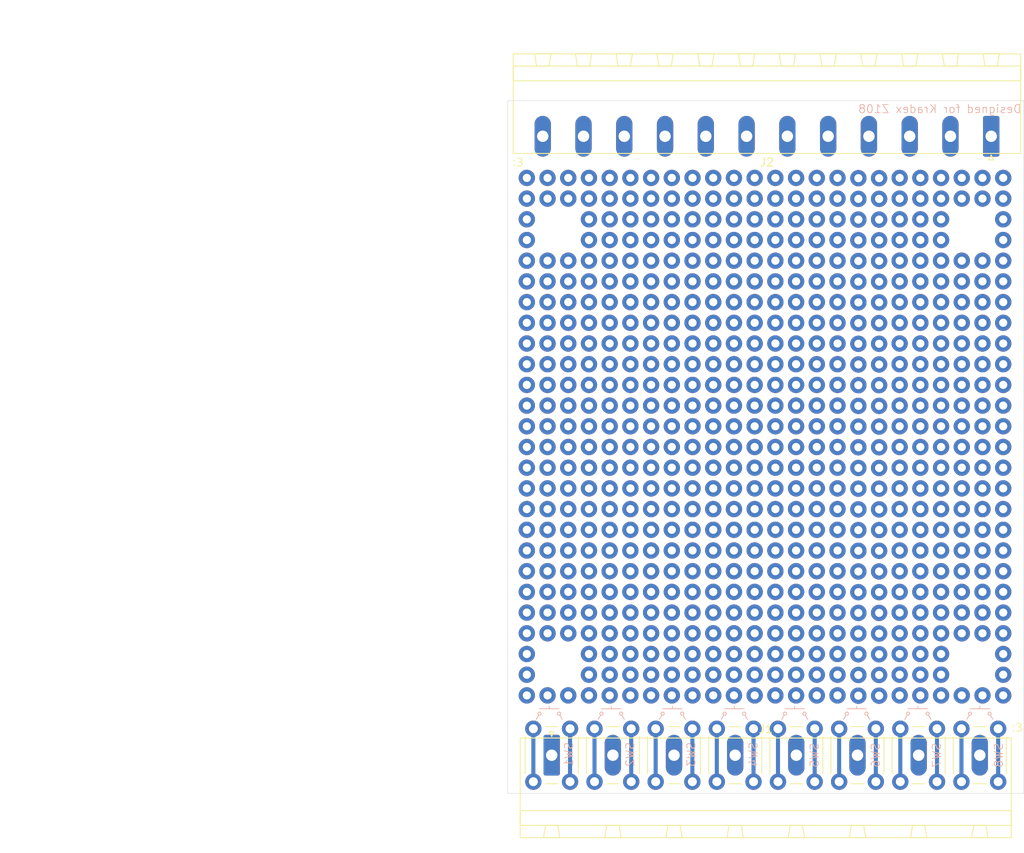
<source format=kicad_pcb>
(kicad_pcb (version 20240108) (generator "pcbnew") (generator_version "8.0")
  (layers (0 "F.Cu" signal) (31 "B.Cu" signal) (34 "B.Paste" user) (35 "F.Paste" user) (36 "B.SilkS" user "B.Silkscreen") (37 "F.SilkS" user "F.Silkscreen") (38 "B.Mask" user) (39 "F.Mask" user) (44 "Edge.Cuts" user))
  (net 0 "")
  (net 11 "unconnected-(SW1-A-Pad1)")
  (net 12 "unconnected-(SW1-B-Pad2)")
  (net 13 "unconnected-(SW2-A-Pad1)")
  (net 14 "unconnected-(SW2-B-Pad2)")
  (net 15 "unconnected-(SW3-A-Pad1)")
  (net 16 "unconnected-(SW3-B-Pad2)")
  (net 17 "unconnected-(SW4-B-Pad2)")
  (net 18 "unconnected-(SW4-A-Pad1)")
  (net 24 "unconnected-(SW5-B-Pad2)")
  (net 25 "unconnected-(SW5-A-Pad1)")
  (net 26 "unconnected-(SW6-A-Pad1)")
  (net 27 "unconnected-(SW6-B-Pad2)")
  (net 33 "unconnected-(SW7-B-Pad2)")
  (net 34 "unconnected-(SW7-A-Pad1)")
  (net 35 "unconnected-(SW8-B-Pad2)")
  (net 36 "unconnected-(SW8-A-Pad1)")
  (footprint "" (layer "F.Cu") (at 219.57 84.94)
    (property "Reference" "")
    (property "Value" "")
  )
  (footprint "" (layer "F.Cu") (at 211.95 49.38 180)
    (property "Reference" "")
    (property "Value" "")
  )
  (footprint "" (layer "F.Cu") (at 201.808095 62.113472 180)
    (property "Reference" "")
    (property "Value" "")
  )
  (footprint "" (layer "F.Cu") (at 186.55 74.78)
    (property "Reference" "")
    (property "Value" "")
  )
  (footprint "" (layer "F.Cu") (at 206.87 95.1 180)
    (property "Reference" "")
    (property "Value" "")
  )
  (footprint "" (layer "F.Cu") (at 219.57 46.84)
    (property "Reference" "")
    (property "Value" "")
  )
  (footprint "MountingHole:MountingHole_3.2mm_M3" (layer "F.Cu") (at 216.38 96.62)
    (property "Reference" "H4" (hide yes))
    (property "Value" "MountingHole")
  )
  (footprint "" (layer "F.Cu") (at 206.87 100.18 180)
    (property "Reference" "")
    (property "Value" "")
  )
  (footprint "" (layer "F.Cu") (at 211.95 67.16 180)
    (property "Reference" "")
    (property "Value" "")
  )
  (footprint "" (layer "F.Cu") (at 186.55 62.08)
    (property "Reference" "")
    (property "Value" "")
  )
  (footprint "" (layer "F.Cu") (at 204.35194 82.433472 180)
    (property "Reference" "")
    (property "Value" "")
  )
  (footprint "" (layer "F.Cu") (at 194.17 64.62 180)
    (property "Reference" "")
    (property "Value" "")
  )
  (footprint "" (layer "F.Cu") (at 176.39 72.24)
    (property "Reference" "")
    (property "Value" "")
  )
  (footprint "" (layer "F.Cu") (at 189.09 44.3 180)
    (property "Reference" "")
    (property "Value" "")
  )
  (footprint "" (layer "F.Cu") (at 204.35194 100.213472 180)
    (property "Reference" "")
    (property "Value" "")
  )
  (footprint "" (layer "F.Cu") (at 189.09 79.86 180)
    (property "Reference" "")
    (property "Value" "")
  )
  (footprint "" (layer "F.Cu") (at 191.63 77.32 180)
    (property "Reference" "")
    (property "Value" "")
  )
  (footprint "" (layer "F.Cu") (at 217.03 49.38 180)
    (property "Reference" "")
    (property "Value" "")
  )
  (footprint "" (layer "F.Cu") (at 191.63 39.22 180)
    (property "Reference" "")
    (property "Value" "")
  )
  (footprint "" (layer "F.Cu") (at 163.69 92.56)
    (property "Reference" "")
    (property "Value" "")
  )
  (footprint "" (layer "F.Cu") (at 161.15 100.18)
    (property "Reference" "")
    (property "Value" "")
  )
  (footprint "" (layer "F.Cu") (at 166.23 82.4)
    (property "Reference" "")
    (property "Value" "")
  )
  (footprint "" (layer "F.Cu") (at 217.03 59.54 180)
    (property "Reference" "")
    (property "Value" "")
  )
  (footprint "" (layer "F.Cu") (at 163.69 54.46)
    (property "Reference" "")
    (property "Value" "")
  )
  (footprint "" (layer "F.Cu") (at 217.03 87.48 180)
    (property "Reference" "")
    (property "Value" "")
  )
  (footprint "" (layer "F.Cu") (at 173.85 79.86)
    (property "Reference" "")
    (property "Value" "")
  )
  (footprint "" (layer "F.Cu") (at 217.03 64.62 180)
    (property "Reference" "")
    (property "Value" "")
  )
  (footprint "" (layer "F.Cu") (at 201.808095 87.513472 180)
    (property "Reference" "")
    (property "Value" "")
  )
  (footprint "" (layer "F.Cu") (at 181.47 69.7)
    (property "Reference" "")
    (property "Value" "")
  )
  (footprint "" (layer "F.Cu") (at 214.49 82.4 180)
    (property "Reference" "")
    (property "Value" "")
  )
  (footprint "" (layer "F.Cu") (at 219.57 90.02)
    (property "Reference" "")
    (property "Value" "")
  )
  (footprint "" (layer "F.Cu") (at 211.95 46.84 180)
    (property "Reference" "")
    (property "Value" "")
  )
  (footprint "" (layer "F.Cu") (at 171.31 46.84)
    (property "Reference" "")
    (property "Value" "")
  )
  (footprint "" (layer "F.Cu") (at 166.23 90.02)
    (property "Reference" "")
    (property "Value" "")
  )
  (footprint "Button_Switch_THT:SW_PUSH_6mm" (layer "F.Cu") (at 199.45 110.77 90)
    (property "Reference" "SW6" (hide yes))
    (property "Value" "SW_SPST")
  )
  (footprint "" (layer "F.Cu") (at 186.55 49.38)
    (property "Reference" "")
    (property "Value" "")
  )
  (footprint "" (layer "F.Cu") (at 181.47 67.16)
    (property "Reference" "")
    (property "Value" "")
  )
  (footprint "" (layer "F.Cu") (at 217.03 69.7 180)
    (property "Reference" "")
    (property "Value" "")
  )
  (footprint "" (layer "F.Cu") (at 196.71 100.18 180)
    (property "Reference" "")
    (property "Value" "")
  )
  (footprint "" (layer "F.Cu") (at 171.31 97.64)
    (property "Reference" "")
    (property "Value" "")
  )
  (footprint "" (layer "F.Cu") (at 211.95 54.46 180)
    (property "Reference" "")
    (property "Value" "")
  )
  (footprint "" (layer "F.Cu") (at 211.95 82.4 180)
    (property "Reference" "")
    (property "Value" "")
  )
  (footprint "" (layer "F.Cu") (at 214.49 62.08 180)
    (property "Reference" "")
    (property "Value" "")
  )
  (footprint "MountingHole:MountingHole_3.2mm_M3" (layer "F.Cu") (at 164.53 42.73)
    (property "Reference" "H1" (hide yes))
    (property "Value" "MountingHole" (hide yes))
  )
  (footprint "" (layer "F.Cu") (at 171.31 92.56)
    (property "Reference" "")
    (property "Value" "")
  )
  (footprint "" (layer "F.Cu") (at 206.87 64.62 180)
    (property "Reference" "")
    (property "Value" "")
  )
  (footprint "" (layer "F.Cu") (at 173.85 49.38)
    (property "Reference" "")
    (property "Value" "")
  )
  (footprint "" (layer "F.Cu") (at 161.15 64.62)
    (property "Reference" "")
    (property "Value" "")
  )
  (footprint "" (layer "F.Cu") (at 211.95 92.56 180)
    (property "Reference" "")
    (property "Value" "")
  )
  (footprint "" (layer "F.Cu") (at 168.77 64.62)
    (property "Reference" "")
    (property "Value" "")
  )
  (footprint "Button_Switch_THT:SW_PUSH_6mm" (layer "F.Cu") (at 176.95 110.77 90)
    (property "Reference" "SW3" (hide yes))
    (property "Value" "SW_SPST")
  )
  (footprint "" (layer "F.Cu") (at 194.17 72.24 180)
    (property "Reference" "")
    (property "Value" "")
  )
  (footprint "" (layer "F.Cu") (at 214.49 72.24 180)
    (property "Reference" "")
    (property "Value" "")
  )
  (footprint "" (layer "F.Cu") (at 189.09 87.48 180)
    (property "Reference" "")
    (property "Value" "")
  )
  (footprint "" (layer "F.Cu") (at 196.71 69.7 180)
    (property "Reference" "")
    (property "Value" "")
  )
  (footprint "" (layer "F.Cu") (at 209.41 82.4 180)
    (property "Reference" "")
    (property "Value" "")
  )
  (footprint "" (layer "F.Cu") (at 191.63 59.54 180)
    (property "Reference" "")
    (property "Value" "")
  )
  (footprint "" (layer "F.Cu") (at 189.09 64.62 180)
    (property "Reference" "")
    (property "Value" "")
  )
  (footprint "" (layer "F.Cu") (at 217.03 72.24 180)
    (property "Reference" "")
    (property "Value" "")
  )
  (footprint "" (layer "F.Cu") (at 184.01 97.64)
    (property "Reference" "")
    (property "Value" "")
  )
  (footprint "" (layer "F.Cu") (at 206.87 39.22 180)
    (property "Reference" "")
    (property "Value" "")
  )
  (footprint "" (layer "F.Cu") (at 191.63 90.02 180)
    (property "Reference" "")
    (property "Value" "")
  )
  (footprint "" (layer "F.Cu") (at 161.15 46.84)
    (property "Reference" "")
    (property "Value" "")
  )
  (footprint "" (layer "F.Cu") (at 191.63 36.68 180)
    (property "Reference" "")
    (property "Value" "")
  )
  (footprint "" (layer "F.Cu") (at 163.69 87.48)
    (property "Reference" "")
    (property "Value" "")
  )
  (footprint "" (layer "F.Cu") (at 189.09 49.38 180)
    (property "Reference" "")
    (property "Value" "")
  )
  (footprint "" (layer "F.Cu") (at 171.31 74.78)
    (property "Reference" "")
    (property "Value" "")
  )
  (footprint "" (layer "F.Cu") (at 199.25 97.64 180)
    (property "Reference" "")
    (property "Value" "")
  )
  (footprint "" (layer "F.Cu") (at 163.69 39.22)
    (property "Reference" "")
    (property "Value" "")
  )
  (footprint "" (layer "F.Cu") (at 201.808095 77.353472 180)
    (property "Reference" "")
    (property "Value" "")
  )
  (footprint "" (layer "F.Cu") (at 191.63 92.56 180)
    (property "Reference" "")
    (property "Value" "")
  )
  (footprint "" (layer "F.Cu") (at 173.85 90.02)
    (property "Reference" "")
    (property "Value" "")
  )
  (footprint "" (layer "F.Cu") (at 194.17 46.84 180)
    (property "Reference" "")
    (property "Value" "")
  )
  (footprint "" (layer "F.Cu") (at 168.77 74.78)
    (property "Reference" "")
    (property "Value" "")
  )
  (footprint "" (layer "F.Cu") (at 196.71 92.56 180)
    (property "Reference" "")
    (property "Value" "")
  )
  (footprint "" (layer "F.Cu") (at 184.01 62.08)
    (property "Reference" "")
    (property "Value" "")
  )
  (footprint "" (layer "F.Cu") (at 214.49 67.16 180)
    (property "Reference" "")
    (property "Value" "")
  )
  (footprint "" (layer "F.Cu") (at 166.23 36.68)
    (property "Reference" "")
    (property "Value" "")
  )
  (footprint "" (layer "F.Cu") (at 199.25 64.62 180)
    (property "Reference" "")
    (property "Value" "")
  )
  (footprint "" (layer "F.Cu") (at 178.93 41.76)
    (property "Reference" "")
    (property "Value" "")
  )
  (footprint "" (layer "F.Cu") (at 206.87 74.78 180)
    (property "Reference" "")
    (property "Value" "")
  )
  (footprint "" (layer "F.Cu") (at 196.71 59.54 180)
    (property "Reference" "")
    (property "Value" "")
  )
  (footprint "" (layer "F.Cu") (at 178.93 72.24)
    (property "Reference" "")
    (property "Value" "")
  )
  (footprint "" (layer "F.Cu") (at 209.41 44.3 180)
    (property "Reference" "")
    (property "Value" "")
  )
  (footprint "" (layer "F.Cu") (at 166.23 92.56)
    (property "Reference" "")
    (property "Value" "")
  )
  (footprint "" (layer "F.Cu") (at 209.41 79.86 180)
    (property "Reference" "")
    (property "Value" "")
  )
  (footprint "" (layer "F.Cu") (at 184.01 72.24)
    (property "Reference" "")
    (property "Value" "")
  )
  (footprint "" (layer "F.Cu") (at 196.71 82.4 180)
    (property "Reference" "")
    (property "Value" "")
  )
  (footprint "" (layer "F.Cu") (at 194.17 41.76 180)
    (property "Reference" "")
    (property "Value" "")
  )
  (footprint "" (layer "F.Cu") (at 173.85 59.54)
    (property "Reference" "")
    (property "Value" "")
  )
  (footprint "" (layer "F.Cu") (at 204.35194 51.953472 180)
    (property "Reference" "")
    (property "Value" "")
  )
  (footprint "" (layer "F.Cu") (at 186.55 36.68)
    (property "Reference" "")
    (property "Value" "")
  )
  (footprint "" (layer "F.Cu") (at 168.77 92.56)
    (property "Reference" "")
    (property "Value" "")
  )
  (footprint "" (layer "F.Cu") (at 178.93 100.18)
    (property "Reference" "")
    (property "Value" "")
  )
  (footprint "" (layer "F.Cu") (at 217.03 74.78 180)
    (property "Reference" "")
    (property "Value" "")
  )
  (footprint "" (layer "F.Cu") (at 161.15 79.86)
    (property "Reference" "")
    (property "Value" "")
  )
  (footprint "" (layer "F.Cu") (at 214.49 39.22 180)
    (property "Reference" "")
    (property "Value" "")
  )
  (footprint "" (layer "F.Cu") (at 161.15 51.92)
    (property "Reference" "")
    (property "Value" "")
  )
  (footprint "" (layer "F.Cu") (at 196.71 62.08 180)
    (property "Reference" "")
    (property "Value" "")
  )
  (footprint "" (layer "F.Cu") (at 206.87 51.92 180)
    (property "Reference" "")
    (property "Value" "")
  )
  (footprint "" (layer "F.Cu") (at 191.63 54.46 180)
    (property "Reference" "")
    (property "Value" "")
  )
  (footprint "" (layer "F.Cu") (at 181.47 79.86)
    (property "Reference" "")
    (property "Value" "")
  )
  (footprint "" (layer "F.Cu") (at 171.31 95.1)
    (property "Reference" "")
    (property "Value" "")
  )
  (footprint "" (layer "F.Cu") (at 176.39 100.18)
    (property "Reference" "")
    (property "Value" "")
  )
  (footprint "" (layer "F.Cu") (at 219.57 51.92)
    (property "Reference" "")
    (property "Value" "")
  )
  (footprint "" (layer "F.Cu") (at 181.47 44.3)
    (property "Reference" "")
    (property "Value" "")
  )
  (footprint "" (layer "F.Cu") (at 209.41 57 180)
    (property "Reference" "")
    (property "Value" "")
  )
  (footprint "" (layer "F.Cu") (at 199.25 90.02 180)
    (property "Reference" "")
    (property "Value" "")
  )
  (footprint "" (layer "F.Cu") (at 217.03 36.68 180)
    (property "Reference" "")
    (property "Value" "")
  )
  (footprint "" (layer "F.Cu") (at 161.15 57)
    (property "Reference" "")
    (property "Value" "")
  )
  (footprint "" (layer "F.Cu") (at 194.17 62.08 180)
    (property "Reference" "")
    (property "Value" "")
  )
  (footprint "" (layer "F.Cu") (at 206.87 41.76 180)
    (property "Reference" "")
    (property "Value" "")
  )
  (footprint "" (layer "F.Cu") (at 178.93 87.48)
    (property "Reference" "")
    (property "Value" "")
  )
  (footprint "" (layer "F.Cu") (at 166.23 49.38)
    (property "Reference" "")
    (property "Value" "")
  )
  (footprint "" (layer "F.Cu") (at 194.17 59.54 180)
    (property "Reference" "")
    (property "Value" "")
  )
  (footprint "" (layer "F.Cu") (at 201.808095 44.333472 180)
    (property "Reference" "")
    (property "Value" "")
  )
  (footprint "" (layer "F.Cu") (at 189.09 41.76 180)
    (property "Reference" "")
    (property "Value" "")
  )
  (footprint "" (layer "F.Cu") (at 219.57 62.08)
    (property "Reference" "")
    (property "Value" "")
  )
  (footprint "" (layer "F.Cu") (at 194.17 100.18 180)
    (property "Reference" "")
    (property "Value" "")
  )
  (footprint "" (layer "F.Cu") (at 196.71 74.78 180)
    (property "Reference" "")
    (property "Value" "")
  )
  (footprint "" (layer "F.Cu") (at 163.69 36.68)
    (property "Reference" "")
    (property "Value" "")
  )
  (footprint "" (layer "F.Cu") (at 171.31 44.3)
    (property "Reference" "")
    (property "Value" "")
  )
  (footprint "" (layer "F.Cu") (at 166.23 57)
    (property "Reference" "")
    (property "Value" "")
  )
  (footprint "" (layer "F.Cu") (at 199.25 84.94 180)
    (property "Reference" "")
    (property "Value" "")
  )
  (footprint "" (layer "F.Cu") (at 199.25 95.1 180)
    (property "Reference" "")
    (property "Value" "")
  )
  (footprint "" (layer "F.Cu") (at 201.808095 67.193472 180)
    (property "Reference" "")
    (property "Value" "")
  )
  (footprint "" (layer "F.Cu") (at 171.31 36.68)
    (property "Reference" "")
    (property "Value" "")
  )
  (footprint "Button_Switch_THT:SW_PUSH_6mm" (layer "F.Cu") (at 206.95 110.77 90)
    (property "Reference" "SW7" (hide yes))
    (property "Value" "SW_SPST")
  )
  (footprint "" (layer "F.Cu") (at 181.47 36.68)
    (property "Reference" "")
    (property "Value" "")
  )
  (footprint "" (layer "F.Cu") (at 204.35194 49.413472 180)
    (property "Reference" "")
    (property "Value" "")
  )
  (footprint "" (layer "F.Cu") (at 206.87 92.56 180)
    (property "Reference" "")
    (property "Value" "")
  )
  (footprint "" (layer "F.Cu") (at 178.93 74.78)
    (property "Reference" "")
    (property "Value" "")
  )
  (footprint "" (layer "F.Cu") (at 186.55 44.3)
    (property "Reference" "")
    (property "Value" "")
  )
  (footprint "" (layer "F.Cu") (at 189.09 72.24 180)
    (property "Reference" "")
    (property "Value" "")
  )
  (footprint "" (layer "F.Cu") (at 163.69 69.7)
    (property "Reference" "")
    (property "Value" "")
  )
  (footprint "" (layer "F.Cu") (at 199.25 44.3 180)
    (property "Reference" "")
    (property "Value" "")
  )
  (footprint "" (layer "F.Cu") (at 194.17 36.68 180)
    (property "Reference" "")
    (property "Value" "")
  )
  (footprint "" (layer "F.Cu") (at 181.47 41.76)
    (property "Reference" "")
    (property "Value" "")
  )
  (footprint "" (layer "F.Cu") (at 201.808095 49.413472 180)
    (property "Reference" "")
    (property "Value" "")
  )
  (footprint "" (layer "F.Cu") (at 219.57 74.78)
    (property "Reference" "")
    (property "Value" "")
  )
  (footprint "" (layer "F.Cu") (at 171.31 79.86)
    (property "Reference" "")
    (property "Value" "")
  )
  (footprint "" (layer "F.Cu") (at 196.71 77.32 180)
    (property "Reference" "")
    (property "Value" "")
  )
  (footprint "" (layer "F.Cu") (at 178.93 92.56)
    (property "Reference" "")
    (property "Value" "")
  )
  (footprint "" (layer "F.Cu") (at 209.41 90.02 180)
    (property "Reference" "")
    (property "Value" "")
  )
  (footprint "" (layer "F.Cu") (at 209.41 49.38 180)
    (property "Reference" "")
    (property "Value" "")
  )
  (footprint "" (layer "F.Cu") (at 184.01 57)
    (property "Reference" "")
    (property "Value" "")
  )
  (footprint "" (layer "F.Cu") (at 186.55 64.62)
    (property "Reference" "")
    (property "Value" "")
  )
  (footprint "" (layer "F.Cu") (at 186.55 41.76)
    (property "Reference" "")
    (property "Value" "")
  )
  (footprint "" (layer "F.Cu") (at 173.85 51.92)
    (property "Reference" "")
    (property "Value" "")
  )
  (footprint "" (layer "F.Cu") (at 209.41 41.76 180)
    (property "Reference" "")
    (property "Value" "")
  )
  (footprint "" (layer "F.Cu") (at 168.77 59.54)
    (property "Reference" "")
    (property "Value" "")
  )
  (footprint "" (layer "F.Cu") (at 168.77 49.38)
    (property "Reference" "")
    (property "Value" "")
  )
  (footprint "" (layer "F.Cu") (at 176.39 95.1)
    (property "Reference" "")
    (property "Value" "")
  )
  (footprint "" (layer "F.Cu") (at 176.39 74.78)
    (property "Reference" "")
    (property "Value" "")
  )
  (footprint "" (layer "F.Cu") (at 191.63 64.62 180)
    (property "Reference" "")
    (property "Value" "")
  )
  (footprint "" (layer "F.Cu") (at 178.93 64.62)
    (property "Reference" "")
    (property "Value" "")
  )
  (footprint "" (layer "F.Cu") (at 166.23 77.32)
    (property "Reference" "")
    (property "Value" "")
  )
  (footprint "" (layer "F.Cu") (at 166.23 46.84)
    (property "Reference" "")
    (property "Value" "")
  )
  (footprint "" (layer "F.Cu") (at 194.17 69.7 180)
    (property "Reference" "")
    (property "Value" "")
  )
  (footprint "" (layer "F.Cu") (at 219.57 49.38)
    (property "Reference" "")
    (property "Value" "")
  )
  (footprint "" (layer "F.Cu") (at 204.35194 57.033472 180)
    (property "Reference" "")
    (property "Value" "")
  )
  (footprint "" (layer "F.Cu") (at 219.57 95.1)
    (property "Reference" "")
    (property "Value" "")
  )
  (footprint "" (layer "F.Cu") (at 206.87 72.24 180)
    (property "Reference" "")
    (property "Value" "")
  )
  (footprint "" (layer "F.Cu") (at 199.25 46.84 180)
    (property "Reference" "")
    (property "Value" "")
  )
  (footprint "" (layer "F.Cu") (at 181.47 64.62)
    (property "Reference" "")
    (property "Value" "")
  )
  (footprint "" (layer "F.Cu") (at 176.39 67.16)
    (property "Reference" "")
    (property "Value" "")
  )
  (footprint "" (layer "F.Cu") (at 214.49 87.48 180)
    (property "Reference" "")
    (property "Value" "")
  )
  (footprint "" (layer "F.Cu") (at 191.63 97.64 180)
    (property "Reference" "")
    (property "Value" "")
  )
  (footprint "" (layer "F.Cu") (at 209.41 62.08 180)
    (property "Reference" "")
    (property "Value" "")
  )
  (footprint "" (layer "F.Cu") (at 168.77 54.46)
    (property "Reference" "")
    (property "Value" "")
  )
  (footprint "" (layer "F.Cu") (at 178.93 67.16)
    (property "Reference" "")
    (property "Value" "")
  )
  (footprint "" (layer "F.Cu") (at 211.95 95.1 180)
    (property "Reference" "")
    (property "Value" "")
  )
  (footprint "" (layer "F.Cu") (at 214.49 59.54 180)
    (property "Reference" "")
    (property "Value" "")
  )
  (footprint "" (layer "F.Cu") (at 186.55 87.48)
    (property "Reference" "")
    (property "Value" "")
  )
  (footprint "" (layer "F.Cu") (at 173.85 95.1)
    (property "Reference" "")
    (property "Value" "")
  )
  (footprint "" (layer "F.Cu") (at 194.17 44.3 180)
    (property "Reference" "")
    (property "Value" "")
  )
  (footprint "" (layer "F.Cu") (at 209.41 74.78 180)
    (property "Reference" "")
    (property "Value" "")
  )
  (footprint "" (layer "F.Cu") (at 163.69 100.18)
    (property "Reference" "")
    (property "Value" "")
  )
  (footprint "" (layer "F.Cu") (at 209.41 92.56 180)
    (property "Reference" "")
    (property "Value" "")
  )
  (footprint "" (layer "F.Cu") (at 171.31 87.48)
    (property "Reference" "")
    (property "Value" "")
  )
  (footprint "" (layer "F.Cu") (at 196.71 51.92 180)
    (property "Reference" "")
    (property "Value" "")
  )
  (footprint "" (layer "F.Cu") (at 217.03 62.08 180)
    (property "Reference" "")
    (property "Value" "")
  )
  (footprint "Connector_Phoenix_MSTB:PhoenixContact_MSTBA_2,5_12-G_1x12_P5.00mm_Horizontal" (layer "F.Cu") (at 218.1 31.57 180)
    (property "Reference" "J2")
    (property "Value" "Terminalblock12")
  )
  (footprint "" (layer "F.Cu") (at 168.77 39.22)
    (property "Reference" "")
    (property "Value" "")
  )
  (footprint "" (layer "F.Cu") (at 171.31 64.62)
    (property "Reference" "")
    (property "Value" "")
  )
  (footprint "" (layer "F.Cu") (at 217.03 46.84 180)
    (property "Reference" "")
    (property "Value" "")
  )
  (footprint "" (layer "F.Cu") (at 204.35194 97.673472 180)
    (property "Reference" "")
    (property "Value" "")
  )
  (footprint "" (layer "F.Cu") (at 219.57 100.18)
    (property "Reference" "")
    (property "Value" "")
  )
  (footprint "" (layer "F.Cu") (at 206.87 69.7 180)
    (property "Reference" "")
    (property "Value" "")
  )
  (footprint "" (layer "F.Cu") (at 168.77 100.18)
    (property "Reference" "")
    (property "Value" "")
  )
  (footprint "" (layer "F.Cu") (at 173.85 69.7)
    (property "Reference" "")
    (property "Value" "")
  )
  (footprint "" (layer "F.Cu") (at 191.63 67.16 180)
    (property "Reference" "")
    (property "Value" "")
  )
  (footprint "" (layer "F.Cu") (at 168.77 87.48)
    (property "Reference" "")
    (property "Value" "")
  )
  (footprint "" (layer "F.Cu") (at 206.87 46.84 180)
    (property "Reference" "")
    (property "Value" "")
  )
  (footprint "" (layer "F.Cu") (at 168.77 57)
    (property "Reference" "")
    (property "Value" "")
  )
  (footprint "" (layer "F.Cu") (at 209.41 59.54 180)
    (property "Reference" "")
    (property "Value" "")
  )
  (footprint "" (layer "F.Cu") (at 184.01 51.92)
    (property "Reference" "")
    (property "Value" "")
  )
  (footprint "" (layer "F.Cu") (at 178.93 54.46)
    (property "Reference" "")
    (property "Value" "")
  )
  (footprint "" (layer "F.Cu") (at 178.93 90.02)
    (property "Reference" "")
    (property "Value" "")
  )
  (footprint "" (layer "F.Cu") (at 206.87 44.3 180)
    (property "Reference" "")
    (property "Value" "")
  )
  (footprint "" (layer "F.Cu") (at 184.01 39.22)
    (property "Reference" "")
    (property "Value" "")
  )
  (footprint "" (layer "F.Cu") (at 173.85 44.3)
    (property "Reference" "")
    (property "Value" "")
  )
  (footprint "" (layer "F.Cu") (at 199.25 41.76 180)
    (property "Reference" "")
    (property "Value" "")
  )
  (footprint "" (layer "F.Cu") (at 178.93 36.68)
    (property "Reference" "")
    (property "Value" "")
  )
  (footprint "" (layer "F.Cu") (at 214.49 46.84 180)
    (property "Reference" "")
    (property "Value" "")
  )
  (footprint "" (layer "F.Cu") (at 171.31 77.32)
    (property "Reference" "")
    (property "Value" "")
  )
  (footprint "" (layer "F.Cu") (at 173.85 36.68)
    (property "Reference" "")
    (property "Value" "")
  )
  (footprint "" (layer "F.Cu") (at 204.35194 67.193472 180)
    (property "Reference" "")
    (property "Value" "")
  )
  (footprint "" (layer "F.Cu") (at 176.39 57)
    (property "Reference" "")
    (property "Value" "")
  )
  (footprint "" (layer "F.Cu") (at 171.31 49.38)
    (property "Reference" "")
    (property "Value" "")
  )
  (footprint "" (layer "F.Cu") (at 186.55 67.16)
    (property "Reference" "")
    (property "Value" "")
  )
  (footprint "MountingHole:MountingHole_3.2mm_M3" (layer "F.Cu") (at 164.53 96.62)
    (property "Reference" "H2" (hide yes))
    (property "Value" "MountingHole" (hide yes))
  )
  (footprint "" (layer "F.Cu") (at 176.39 97.64)
    (property "Reference" "")
    (property "Value" "")
  )
  (footprint "" (layer "F.Cu") (at 173.85 39.22)
    (property "Reference" "")
    (property "Value" "")
  )
  (footprint "" (layer "F.Cu") (at 189.09 57 180)
    (property "Reference" "")
    (property "Value" "")
  )
  (footprint "" (layer "F.Cu") (at 189.09 74.78 180)
    (property "Reference" "")
    (property "Value" "")
  )
  (footprint "" (layer "F.Cu") (at 176.39 64.62)
    (property "Reference" "")
    (property "Value" "")
  )
  (footprint "" (layer "F.Cu") (at 199.25 74.78 180)
    (property "Reference" "")
    (property "Value" "")
  )
  (footprint "" (layer "F.Cu") (at 163.69 84.94)
    (property "Reference" "")
    (property "Value" "")
  )
  (footprint "" (layer "F.Cu") (at 173.85 82.4)
    (property "Reference" "")
    (property "Value" "")
  )
  (footprint "" (layer "F.Cu") (at 219.57 69.7)
    (property "Reference" "")
    (property "Value" "")
  )
  (footprint "" (layer "F.Cu") (at 219.57 39.22)
    (property "Reference" "")
    (property "Value" "")
  )
  (footprint "" (layer "F.Cu") (at 196.71 84.94 180)
    (property "Reference" "")
    (property "Value" "")
  )
  (footprint "" (layer "F.Cu") (at 163.69 77.32)
    (property "Reference" "")
    (property "Value" "")
  )
  (footprint "" (layer "F.Cu") (at 196.71 67.16 180)
    (property "Reference" "")
    (property "Value" "")
  )
  (footprint "" (layer "F.Cu") (at 178.93 84.94)
    (property "Reference" "")
    (property "Value" "")
  )
  (footprint "" (layer "F.Cu") (at 184.01 92.56)
    (property "Reference" "")
    (property "Value" "")
  )
  (footprint "" (layer "F.Cu") (at 171.31 69.7)
    (property "Reference" "")
    (property "Value" "")
  )
  (footprint "" (layer "F.Cu") (at 161.15 36.68)
    (property "Reference" "")
    (property "Value" "")
  )
  (footprint "" (layer "F.Cu") (at 163.69 62.08)
    (property "Reference" "")
    (property "Value" "")
  )
  (footprint "" (layer "F.Cu") (at 166.23 54.46)
    (property "Reference" "")
    (property "Value" "")
  )
  (footprint "" (layer "F.Cu") (at 168.77 84.94)
    (property "Reference" "")
    (property "Value" "")
  )
  (footprint "" (layer "F.Cu") (at 189.09 82.4 180)
    (property "Reference" "")
    (property "Value" "")
  )
  (footprint "" (layer "F.Cu") (at 181.47 46.84)
    (property "Reference" "")
    (property "Value" "")
  )
  (footprint "" (layer "F.Cu") (at 168.77 77.32)
    (property "Reference" "")
    (property "Value" "")
  )
  (footprint "" (layer "F.Cu") (at 178.93 59.54)
    (property "Reference" "")
    (property "Value" "")
  )
  (footprint "" (layer "F.Cu") (at 204.35194 54.493472 180)
    (property "Reference" "")
    (property "Value" "")
  )
  (footprint "" (layer "F.Cu") (at 161.15 69.7)
    (property "Reference" "")
    (property "Value" "")
  )
  (footprint "" (layer "F.Cu") (at 194.17 92.56 180)
    (property "Reference" "")
    (property "Value" "")
  )
  (footprint "" (layer "F.Cu") (at 209.41 77.32 180)
    (property "Reference" "")
    (property "Value" "")
  )
  (footprint "" (layer "F.Cu") (at 201.808095 54.493472 180)
    (property "Reference" "")
    (property "Value" "")
  )
  (footprint "" (layer "F.Cu") (at 189.09 46.84 180)
    (property "Reference" "")
    (property "Value" "")
  )
  (footprint "" (layer "F.Cu") (at 181.47 87.48)
    (property "Reference" "")
    (property "Value" "")
  )
  (footprint "" (layer "F.Cu") (at 196.71 72.24 180)
    (property "Reference" "")
    (property "Value" "")
  )
  (footprint "" (layer "F.Cu") (at 191.63 95.1 180)
    (property "Reference" "")
    (property "Value" "")
  )
  (footprint "" (layer "F.Cu") (at 171.31 62.08)
    (property "Reference" "")
    (property "Value" "")
  )
  (footprint "" (layer "F.Cu") (at 166.23 87.48)
    (property "Reference" "")
    (property "Value" "")
  )
  (footprint "" (layer "F.Cu") (at 194.17 90.02 180)
    (property "Reference" "")
    (property "Value" "")
  )
  (footprint "" (layer "F.Cu") (at 186.55 100.18)
    (property "Reference" "")
    (property "Value" "")
  )
  (footprint "" (layer "F.Cu") (at 194.17 57 180)
    (property "Reference" "")
    (property "Value" "")
  )
  (footprint "" (layer "F.Cu") (at 211.95 79.86 180)
    (property "Reference" "")
    (property "Value" "")
  )
  (footprint "" (layer "F.Cu") (at 214.49 69.7 180)
    (property "Reference" "")
    (property "Value" "")
  )
  (footprint "" (layer "F.Cu") (at 211.95 44.3)
    (property "Reference" "")
    (property "Value" "")
  )
  (footprint "" (layer "F.Cu") (at 194.17 87.48 180)
    (property "Reference" "")
    (property "Value" "")
  )
  (footprint "" (layer "F.Cu") (at 163.69 46.84)
    (property "Reference" "")
    (property "Value" "")
  )
  (footprint "" (layer "F.Cu") (at 206.87 49.38 180)
    (property "Reference" "")
    (property "Value" "")
  )
  (footprint "" (layer "F.Cu") (at 219.57 67.16)
    (property "Reference" "")
    (property "Value" "")
  )
  (footprint "" (layer "F.Cu") (at 209.41 54.46 180)
    (property "Reference" "")
    (property "Value" "")
  )
  (footprint "" (layer "F.Cu") (at 161.15 67.16)
    (property "Reference" "")
    (property "Value" "")
  )
  (footprint "" (layer "F.Cu") (at 173.85 41.76)
    (property "Reference" "")
    (property "Value" "")
  )
  (footprint "" (layer "F.Cu") (at 214.49 100.18)
    (property "Reference" "")
    (property "Value" "")
  )
  (footprint "" (layer "F.Cu") (at 196.71 49.38 180)
    (property "Reference" "")
    (property "Value" "")
  )
  (footprint "" (layer "F.Cu") (at 191.63 69.7 180)
    (property "Reference" "")
    (property "Value" "")
  )
  (footprint "" (layer "F.Cu") (at 194.17 77.32 180)
    (property "Reference" "")
    (property "Value" "")
  )
  (footprint "" (layer "F.Cu") (at 209.41 84.94 180)
    (property "Reference" "")
    (property "Value" "")
  )
  (footprint "" (layer "F.Cu") (at 161.15 72.24)
    (property "Reference" "")
    (property "Value" "")
  )
  (footprint "" (layer "F.Cu") (at 206.87 84.94 180)
    (property "Reference" "")
    (property "Value" "")
  )
  (footprint "" (layer "F.Cu") (at 163.69 49.38)
    (property "Reference" "")
    (property "Value" "")
  )
  (footprint "" (layer "F.Cu") (at 166.23 39.22)
    (property "Reference" "")
    (property "Value" "")
  )
  (footprint "" (layer "F.Cu") (at 184.01 90.02)
    (property "Reference" "")
    (property "Value" "")
  )
  (footprint "" (layer "F.Cu") (at 206.87 90.02 180)
    (property "Reference" "")
    (property "Value" "")
  )
  (footprint "" (layer "F.Cu") (at 173.85 62.08)
    (property "Reference" "")
    (property "Value" "")
  )
  (footprint "" (layer "F.Cu") (at 184.01 84.94)
    (property "Reference" "")
    (property "Value" "")
  )
  (footprint "" (layer "F.Cu") (at 163.69 64.62)
    (property "Reference" "")
    (property "Value" "")
  )
  (footprint "" (layer "F.Cu") (at 166.23 84.94)
    (property "Reference" "")
    (property "Value" "")
  )
  (footprint "" (layer "F.Cu") (at 199.25 49.38 180)
    (property "Reference" "")
    (property "Value" "")
  )
  (footprint "" (layer "F.Cu") (at 191.63 74.78 180)
    (property "Reference" "")
    (property "Value" "")
  )
  (footprint "" (layer "F.Cu") (at 184.01 82.4)
    (property "Reference" "")
    (property "Value" "")
  )
  (footprint "" (layer "F.Cu") (at 178.93 77.32)
    (property "Reference" "")
    (property "Value" "")
  )
  (footprint "" (layer "F.Cu") (at 204.35194 44.333472 180)
    (property "Reference" "")
    (property "Value" "")
  )
  (footprint "" (layer "F.Cu") (at 184.01 36.68)
    (property "Reference" "")
    (property "Value" "")
  )
  (footprint "" (layer "F.Cu") (at 184.01 74.78)
    (property "Reference" "")
    (property "Value" "")
  )
  (footprint "" (layer "F.Cu") (at 206.87 97.64 180)
    (property "Reference" "")
    (property "Value" "")
  )
  (footprint "" (layer "F.Cu") (at 161.15 39.22)
    (property "Reference" "")
    (property "Value" "")
  )
  (footprint "" (layer "F.Cu") (at 176.39 54.46)
    (property "Reference" "")
    (property "Value" "")
  )
  (footprint "" (layer "F.Cu") (at 199.25 92.56 180)
    (property "Reference" "")
    (property "Value" "")
  )
  (footprint "" (layer "F.Cu") (at 161.15 62.08)
    (property "Reference" "")
    (property "Value" "")
  )
  (footprint "" (layer "F.Cu") (at 168.77 79.86)
    (property "Reference" "")
    (property "Value" "")
  )
  (footprint "" (layer "F.Cu") (at 163.69 59.54)
    (property "Reference" "")
    (property "Value" "")
  )
  (footprint "MountingHole:MountingHole_3.2mm_M3" (layer "F.Cu") (at 216.38 42.69)
    (property "Reference" "H3" (hide yes))
    (property "Value" "MountingHole")
  )
  (footprint "" (layer "F.Cu") (at 184.01 59.54)
    (property "Reference" "")
    (property "Value" "")
  )
  (footprint "" (layer "F.Cu") (at 168.77 72.24)
    (property "Reference" "")
    (property "Value" "")
  )
  (footprint "" (layer "F.Cu") (at 178.93 49.38)
    (property "Reference" "")
    (property "Value" "")
  )
  (footprint "" (layer "F.Cu") (at 206.87 54.46 180)
    (property "Reference" "")
    (property "Value" "")
  )
  (footprint "" (layer "F.Cu") (at 173.85 57)
    (property "Reference" "")
    (property "Value" "")
  )
  (footprint "" (layer "F.Cu") (at 161.15 90.02)
    (property "Reference" "")
    (property "Value" "")
  )
  (footprint "" (layer "F.Cu") (at 163.69 72.24)
    (property "Reference" "")
    (property "Value" "")
  )
  (footprint "" (layer "F.Cu") (at 214.49 84.94 180)
    (property "Reference" "")
    (property "Value" "")
  )
  (footprint "" (layer "F.Cu") (at 191.63 51.92 180)
    (property "Reference" "")
    (property "Value" "")
  )
  (footprint "" (layer "F.Cu") (at 211.95 100.18 180)
    (property "Reference" "")
    (property "Value" "")
  )
  (footprint "" (layer "F.Cu") (at 206.87 77.32 180)
    (property "Reference" "")
    (property "Value" "")
  )
  (footprint "" (layer "F.Cu") (at 186.55 84.94)
    (property "Reference" "")
    (property "Value" "")
  )
  (footprint "" (layer "F.Cu") (at 181.47 92.56)
    (property "Reference" "")
    (property "Value" "")
  )
  (footprint "" (layer "F.Cu") (at 181.47 62.08)
    (property "Reference" "")
    (property "Value" "")
  )
  (footprint "" (layer "F.Cu") (at 189.09 77.32 180)
    (property "Reference" "")
    (property "Value" "")
  )
  (footprint "" (layer "F.Cu") (at 201.808095 36.713472 180)
    (property "Reference" "")
    (property "Value" "")
  )
  (footprint "" (layer "F.Cu") (at 196.71 57 180)
    (property "Reference" "")
    (property "Value" "")
  )
  (footprint "" (layer "F.Cu") (at 176.39 49.38)
    (property "Reference" "")
    (property "Value" "")
  )
  (footprint "" (layer "F.Cu") (at 168.77 97.64)
    (property "Reference" "")
    (property "Value" "")
  )
  (footprint "" (layer "F.Cu") (at 181.47 97.64)
    (property "Reference" "")
    (property "Value" "")
  )
  (footprint "" (layer "F.Cu") (at 171.31 39.22)
    (property "Reference" "")
    (property "Value" "")
  )
  (footprint "" (layer "F.Cu") (at 184.01 41.76)
    (property "Reference" "")
    (property "Value" "")
  )
  (footprint "" (layer "F.Cu") (at 219.57 77.32)
    (property "Reference" "")
    (property "Value" "")
  )
  (footprint "" (layer "F.Cu") (at 178.93 39.22)
    (property "Reference" "")
    (property "Value" "")
  )
  (footprint "" (layer "F.Cu") (at 184.01 44.3)
    (property "Reference" "")
    (property "Value" "")
  )
  (footprint "" (layer "F.Cu") (at 176.39 36.68)
    (property "Reference" "")
    (property "Value" "")
  )
  (footprint "" (layer "F.Cu") (at 176.39 69.7)
    (property "Reference" "")
    (property "Value" "")
  )
  (footprint "" (layer "F.Cu") (at 214.49 77.32 180)
    (property "Reference" "")
    (property "Value" "")
  )
  (footprint "" (layer "F.Cu") (at 201.808095 90.053472 180)
    (property "Reference" "")
    (property "Value" "")
  )
  (footprint "" (layer "F.Cu") (at 171.31 100.18)
    (property "Reference" "")
    (property "Value" "")
  )
  (footprint "" (layer "F.Cu") (at 181.47 59.54)
    (property "Reference" "")
    (property "Value" "")
  )
  (footprint "" (layer "F.Cu") (at 211.95 51.92 180)
    (property "Reference" "")
    (property "Value" "")
  )
  (footprint "" (layer "F.Cu") (at 189.09 67.16 180)
    (property "Reference" "")
    (property "Value" "")
  )
  (footprint "" (layer "F.Cu") (at 173.85 46.84)
    (property "Reference" "")
    (property "Value" "")
  )
  (footprint "" (layer "F.Cu") (at 166.23 67.16)
    (property "Reference" "")
    (property "Value" "")
  )
  (footprint "" (layer "F.Cu") (at 199.25 62.08 180)
    (property "Reference" "")
    (property "Value" "")
  )
  (footprint "" (layer "F.Cu") (at 181.47 74.78)
    (property "Reference" "")
    (property "Value" "")
  )
  (footprint "" (layer "F.Cu") (at 168.77 41.76)
    (property "Reference" "")
    (property "Value" "")
  )
  (footprint "" (layer "F.Cu") (at 171.31 67.16)
    (property "Reference" "")
    (property "Value" "")
  )
  (footprint "" (layer "F.Cu") (at 191.63 46.84 180)
    (property "Reference" "")
    (property "Value" "")
  )
  (footprint "" (layer "F.Cu") (at 196.71 41.76 180)
    (property "Reference" "")
    (property "Value" "")
  )
  (footprint "" (layer "F.Cu") (at 189.09 62.08 180)
    (property "Reference" "")
    (property "Value" "")
  )
  (footprint "" (layer "F.Cu") (at 163.69 57)
    (property "Reference" "")
    (property "Value" "")
  )
  (footprint "" (layer "F.Cu") (at 194.17 95.1 180)
    (property "Reference" "")
    (property "Value" "")
  )
  (footprint "" (layer "F.Cu") (at 219.57 64.62)
    (property "Reference" "")
    (property "Value" "")
  )
  (footprint "" (layer "F.Cu") (at 181.47 49.38)
    (property "Reference" "")
    (property "Value" "")
  )
  (footprint "" (layer "F.Cu") (at 201.808095 92.593472 180)
    (property "Reference" "")
    (property "Value" "")
  )
  (footprint "" (layer "F.Cu") (at 199.25 82.4 180)
    (property "Reference" "")
    (property "Value" "")
  )
  (footprint "" (layer "F.Cu") (at 163.69 82.4)
    (property "Reference" "")
    (property "Value" "")
  )
  (footprint "" (layer "F.Cu") (at 166.23 74.78)
    (property "Reference" "")
    (property "Value" "")
  )
  (footprint "" (layer "F.Cu") (at 199.25 59.54 180)
    (property "Reference" "")
    (property "Value" "")
  )
  (footprint "" (layer "F.Cu") (at 178.93 62.08)
    (property "Reference" "")
    (property "Value" "")
  )
  (footprint "" (layer "F.Cu") (at 199.25 39.22 180)
    (property "Reference" "")
    (property "Value" "")
  )
  (footprint "" (layer "F.Cu") (at 201.808095 69.733472 180)
    (property "Reference" "")
    (property "Value" "")
  )
  (footprint "" (layer "F.Cu") (at 178.93 51.92)
    (property "Reference" "")
    (property "Value" "")
  )
  (footprint "" (layer "F.Cu") (at 161.15 82.4)
    (property "Reference" "")
    (property "Value" "")
  )
  (footprint "" (layer "F.Cu") (at 168.77 95.1)
    (property "Reference" "")
    (property "Value" "")
  )
  (footprint "" (layer "F.Cu") (at 209.41 69.7 180)
    (property "Reference" "")
    (property "Value" "")
  )
  (footprint "" (layer "F.Cu") (at 191.63 44.3 180)
    (property "Reference" "")
    (property "Value" "")
  )
  (footprint "" (layer "F.Cu") (at 219.57 97.64)
    (property "Reference" "")
    (property "Value" "")
  )
  (footprint "" (layer "F.Cu") (at 217.03 51.92 180)
    (property "Reference" "")
    (property "Value" "")
  )
  (footprint "" (layer "F.Cu") (at 186.55 51.92)
    (property "Reference" "")
    (property "Value" "")
  )
  (footprint "" (layer "F.Cu") (at 176.39 46.84)
    (property "Reference" "")
    (property "Value" "")
  )
  (footprint "" (layer "F.Cu") (at 204.35194 87.513472 180)
    (property "Reference" "")
    (property "Value" "")
  )
  (footprint "" (layer "F.Cu") (at 171.31 82.4)
    (property "Reference" "")
    (property "Value" "")
  )
  (footprint "" (layer "F.Cu") (at 166.23 62.08)
    (property "Reference" "")
    (property "Value" "")
  )
  (footprint "" (layer "F.Cu") (at 204.35194 84.973472 180)
    (property "Reference" "")
    (property "Value" "")
  )
  (footprint "" (layer "F.Cu") (at 189.09 95.1 180)
    (property "Reference" "")
    (property "Value" "")
  )
  (footprint "" (layer "F.Cu") (at 168.77 69.7)
    (property "Reference" "")
    (property "Value" "")
  )
  (footprint "" (layer "F.Cu") (at 194.17 49.38 180)
    (property "Reference" "")
    (property "Value" "")
  )
  (footprint "" (layer "F.Cu") (at 196.71 44.3 180)
    (property "Reference" "")
    (property "Value" "")
  )
  (footprint "" (layer "F.Cu") (at 176.39 90.02)
    (property "Reference" "")
    (property "Value" "")
  )
  (footprint "" (layer "F.Cu") (at 176.39 82.4)
    (property "Reference" "")
    (property "Value" "")
  )
  (footprint "" (layer "F.Cu") (at 206.87 62.08 180)
    (property "Reference" "")
    (property "Value" "")
  )
  (footprint "" (layer "F.Cu") (at 173.85 64.62)
    (property "Reference" "")
    (property "Value" "")
  )
  (footprint "" (layer "F.Cu") (at 186.55 72.24)
    (property "Reference" "")
    (property "Value" "")
  )
  (footprint "" (layer "F.Cu") (at 186.55 79.86)
    (property "Reference" "")
    (property "Value" "")
  )
  (footprint "" (layer "F.Cu") (at 189.09 97.64 180)
    (property "Reference" "")
    (property "Value" "")
  )
  (footprint "" (layer "F.Cu") (at 201.808095 74.813472 180)
    (property "Reference" "")
    (property "Value" "")
  )
  (footprint "" (layer "F.Cu") (at 186.55 54.46)
    (property "Reference" "")
    (property "Value" "")
  )
  (footprint "" (layer "F.Cu") (at 166.23 59.54)
    (property "Reference" "")
    (property "Value" "")
  )
  (footprint "" (layer "F.Cu") (at 217.03 84.94 180)
    (property "Reference" "")
    (property "Value" "")
  )
  (footprint "" (layer "F.Cu") (at 171.31 72.24)
    (property "Reference" "")
    (property "Value" "")
  )
  (footprint "" (layer "F.Cu") (at 211.95 59.54 180)
    (property "Reference" "")
    (property "Value" "")
  )
  (footprint "" (layer "F.Cu") (at 181.47 54.46)
    (property "Reference" "")
    (property "Value" "")
  )
  (footprint "" (layer "F.Cu") (at 176.39 44.3)
    (property "Reference" "")
    (property "Value" "")
  )
  (footprint "" (layer "F.Cu") (at 217.03 79.86 180)
    (property "Reference" "")
    (property "Value" "")
  )
  (footprint "" (layer "F.Cu") (at 181.47 100.18)
    (property "Reference" "")
    (property "Value" "")
  )
  (footprint "" (layer "F.Cu") (at 201.808095 51.953472 180)
    (property "Reference" "")
    (property "Value" "")
  )
  (footprint "" (layer "F.Cu") (at 173.85 67.16)
    (property "Reference" "")
    (property "Value" "")
  )
  (footprint "" (layer "F.Cu") (at 181.47 95.1)
    (property "Reference" "")
    (property "Value" "")
  )
  (footprint "" (layer "F.Cu") (at 211.95 84.94 180)
    (property "Reference" "")
    (property "Value" "")
  )
  (footprint "" (layer "F.Cu") (at 217.03 54.46 180)
    (property "Reference" "")
    (property "Value" "")
  )
  (footprint "" (layer "F.Cu") (at 161.15 84.94)
    (property "Reference" "")
    (property "Value" "")
  )
  (footprint "" (layer "F.Cu") (at 217.03 92.56 180)
    (property "Reference" "")
    (property "Value" "")
  )
  (footprint "" (layer "F.Cu") (at 209.41 72.24 180)
    (property "Reference" "")
    (property "Value" "")
  )
  (footprint "" (layer "F.Cu") (at 176.39 41.76)
    (property "Reference" "")
    (property "Value" "")
  )
  (footprint "" (layer "F.Cu") (at 209.41 36.68 180)
    (property "Reference" "")
    (property "Value" "")
  )
  (footprint "" (layer "F.Cu") (at 214.49 92.56 180)
    (property "Reference" "")
    (property "Value" "")
  )
  (footprint "" (layer "F.Cu") (at 176.39 77.32)
    (property "Reference" "")
    (property "Value" "")
  )
  (footprint "" (layer "F.Cu") (at 194.17 39.22 180)
    (property "Reference" "")
    (property "Value" "")
  )
  (footprint "" (layer "F.Cu") (at 184.01 46.84)
    (property "Reference" "")
    (property "Value" "")
  )
  (footprint "" (layer "F.Cu") (at 219.57 54.46)
    (property "Reference" "")
    (property "Value" "")
  )
  (footprint "" (layer "F.Cu") (at 211.95 36.68 180)
    (property "Reference" "")
    (property "Value" "")
  )
  (footprint "" (layer "F.Cu") (at 201.808095 84.973472 180)
    (property "Reference" "")
    (property "Value" "")
  )
  (footprint "" (layer "F.Cu") (at 161.15 74.78)
    (property "Reference" "")
    (property "Value" "")
  )
  (footprint "" (layer "F.Cu") (at 184.01 77.32)
    (property "Reference" "")
    (property "Value" "")
  )
  (footprint "" (layer "F.Cu") (at 186.55 77.32)
    (property "Reference" "")
    (property "Value" "")
  )
  (footprint "" (layer "F.Cu") (at 184.01 64.62)
    (property "Reference" "")
    (property "Value" "")
  )
  (footprint "" (layer "F.Cu") (at 194.17 82.4 180)
    (property "Reference" "")
    (property "Value" "")
  )
  (footprint "" (layer "F.Cu") (at 201.808095 59.573472 180)
    (property "Reference" "")
    (property "Value" "")
  )
  (footprint "" (layer "F.Cu") (at 219.57 87.48)
    (property "Reference" "")
    (property "Value" "")
  )
  (footprint "" (layer "F.Cu") (at 206.87 79.86 180)
    (property "Reference" "")
    (property "Value" "")
  )
  (footprint "" (layer "F.Cu") (at 161.15 95.1)
    (property "Reference" "")
    (property "Value" "")
  )
  (footprint "" (layer "F.Cu") (at 194.17 97.64 180)
    (property "Reference" "")
    (property "Value" "")
  )
  (footprint "" (layer "F.Cu") (at 168.77 62.08)
    (property "Reference" "")
    (property "Value" "")
  )
  (footprint "" (layer "F.Cu") (at 168.77 51.92)
    (property "Reference" "")
    (property "Value" "")
  )
  (footprint "" (layer "F.Cu") (at 161.15 44.3)
    (property "Reference" "")
    (property "Value" "")
  )
  (footprint "" (layer "F.Cu") (at 214.49 79.86 180)
    (property "Reference" "")
    (property "Value" "")
  )
  (footprint "" (layer "F.Cu") (at 191.63 72.24 180)
    (property "Reference" "")
    (property "Value" "")
  )
  (footprint "" (layer "F.Cu") (at 211.95 64.62 180)
    (property "Reference" "")
    (property "Value" "")
  )
  (footprint "" (layer "F.Cu") (at 184.01 49.38)
    (property "Reference" "")
    (property "Value" "")
  )
  (footprint "Button_Switch_THT:SW_PUSH_6mm" (layer "F.Cu") (at 161.95 110.77 90)
    (property "Reference" "SW1" (hide yes))
    (property "Value" "SW_SPST")
  )
  (footprint "" (layer "F.Cu") (at 204.35194 95.133472 180)
    (property "Reference" "")
    (property "Value" "")
  )
  (footprint "" (layer "F.Cu") (at 199.25 36.68 180)
    (property "Reference" "")
    (property "Value" "")
  )
  (footprint "" (layer "F.Cu") (at 211.95 90.02 180)
    (property "Reference" "")
    (property "Value" "")
  )
  (footprint "" (layer "F.Cu") (at 201.808095 95.133472 180)
    (property "Reference" "")
    (property "Value" "")
  )
  (footprint "" (layer "F.Cu") (at 161.15 41.76)
    (property "Reference" "")
    (property "Value" "")
  )
  (footprint "" (layer "F.Cu") (at 199.25 87.48 180)
    (property "Reference" "")
    (property "Value" "")
  )
  (footprint "" (layer "F.Cu") (at 173.85 54.46)
    (property "Reference" "")
    (property "Value" "")
  )
  (footprint "" (layer "F.Cu") (at 217.03 67.16 180)
    (property "Reference" "")
    (property "Value" "")
  )
  (footprint "" (layer "F.Cu") (at 181.47 77.32)
    (property "Reference" "")
    (property "Value" "")
  )
  (footprint "" (layer "F.Cu") (at 173.85 92.56)
    (property "Reference" "")
    (property "Value" "")
  )
  (footprint "" (layer "F.Cu") (at 217.03 82.4 180)
    (property "Reference" "")
    (property "Value" "")
  )
  (footprint "" (layer "F.Cu") (at 186.55 92.56)
    (property "Reference" "")
    (property "Value" "")
  )
  (footprint "" (layer "F.Cu") (at 204.35194 36.713472 180)
    (property "Reference" "")
    (property "Value" "")
  )
  (footprint "" (layer "F.Cu") (at 199.25 54.46 180)
    (property "Reference" "")
    (property "Value" "")
  )
  (footprint "" (layer "F.Cu") (at 166.23 100.18)
    (property "Reference" "")
    (property "Value" "")
  )
  (footprint "" (layer "F.Cu") (at 199.25 69.7 180)
    (property "Reference" "")
    (property "Value" "")
  )
  (footprint "" (layer "F.Cu") (at 173.85 72.24)
    (property "Reference" "")
    (property "Value" "")
  )
  (footprint "" (layer "F.Cu") (at 209.41 64.62 180)
    (property "Reference" "")
    (property "Value" "")
  )
  (footprint "" (layer "F.Cu") (at 204.35194 72.273472 180)
    (property "Reference" "")
    (property "Value" "")
  )
  (footprint "" (layer "F.Cu") (at 219.57 59.54)
    (property "Reference" "")
    (property "Value" "")
  )
  (footprint "" (layer "F.Cu") (at 214.49 49.38 180)
    (property "Reference" "")
    (property "Value" "")
  )
  (footprint "" (layer "F.Cu") (at 184.01 67.16)
    (property "Reference" "")
    (property "Value" "")
  )
  (footprint "" (layer "F.Cu") (at 191.63 84.94 180)
    (property "Reference" "")
    (property "Value" "")
  )
  (footprint "" (layer "F.Cu") (at 214.49 51.92 180)
    (property "Reference" "")
    (property "Value" "")
  )
  (footprint "" (layer "F.Cu") (at 189.09 92.56 180)
    (property "Reference" "")
    (property "Value" "")
  )
  (footprint "" (layer "F.Cu") (at 184.01 100.18)
    (property "Reference" "")
    (property "Value" "")
  )
  (footprint "" (layer "F.Cu") (at 186.55 97.64)
    (property "Reference" "")
    (property "Value" "")
  )
  (footprint "" (layer "F.Cu") (at 204.35194 92.593472 180)
    (property "Reference" "")
    (property "Value" "")
  )
  (footprint "" (layer "F.Cu") (at 178.93 79.86)
    (property "Reference" "")
    (property "Value" "")
  )
  (footprint "" (layer "F.Cu") (at 204.35194 79.893472 180)
    (property "Reference" "")
    (property "Value" "")
  )
  (footprint "" (layer "F.Cu") (at 166.23 64.62)
    (property "Reference" "")
    (property "Value" "")
  )
  (footprint "" (layer "F.Cu") (at 219.57 36.68)
    (property "Reference" "")
    (property "Value" "")
  )
  (footprint "" (layer "F.Cu") (at 184.01 69.7)
    (property "Reference" "")
    (property "Value" "")
  )
  (footprint "" (layer "F.Cu") (at 194.17 79.86 180)
    (property "Reference" "")
    (property "Value" "")
  )
  (footprint "" (layer "F.Cu") (at 201.808095 46.873472 180)
    (property "Reference" "")
    (property "Value" "")
  )
  (footprint "" (layer "F.Cu") (at 217.03 90.02 180)
    (property "Reference" "")
    (property "Value" "")
  )
  (footprint "Button_Switch_THT:SW_PUSH_6mm" (layer "F.Cu") (at 169.45 110.77 90)
    (property "Reference" "SW2" (hide yes))
    (property "Value" "SW_SPST")
  )
  (footprint "" (layer "F.Cu") (at 199.25 67.16 180)
    (property "Reference" "")
    (property "Value" "")
  )
  (footprint "Button_Switch_THT:SW_PUSH_6mm" (layer "F.Cu") (at 214.45 110.77 90)
    (property "Reference" "SW8" (hide yes))
    (property "Value" "SW_SPST")
  )
  (footprint "" (layer "F.Cu") (at 181.47 57)
    (property "Reference" "")
    (property "Value" "")
  )
  (footprint "" (layer "F.Cu") (at 178.93 44.3)
    (property "Reference" "")
    (property "Value" "")
  )
  (footprint "" (layer "F.Cu") (at 176.39 62.08)
    (property "Reference" "")
    (property "Value" "")
  )
  (footprint "" (layer "F.Cu") (at 161.15 54.46)
    (property "Reference" "")
    (property "Value" "")
  )
  (footprint "" (layer "F.Cu") (at 206.87 36.68 180)
    (property "Reference" "")
    (property "Value" "")
  )
  (footprint "" (layer "F.Cu") (at 186.55 90.02)
    (property "Reference" "")
    (property "Value" "")
  )
  (footprint "" (layer "F.Cu") (at 191.63 57 180)
    (property "Reference" "")
    (property "Value" "")
  )
  (footprint "" (layer "F.Cu") (at 186.55 82.4)
    (property "Reference" "")
    (property "Value" "")
  )
  (footprint "" (layer "F.Cu") (at 181.47 84.94)
    (property "Reference" "")
    (property "Value" "")
  )
  (footprint "" (layer "F.Cu") (at 217.03 77.32 180)
    (property "Reference" "")
    (property "Value" "")
  )
  (footprint "" (layer "F.Cu") (at 199.25 100.18 180)
    (property "Reference" "")
    (property "Value" "")
  )
  (footprint "" (layer "F.Cu") (at 178.93 69.7)
    (property "Reference" "")
    (property "Value" "")
  )
  (footprint "" (layer "F.Cu") (at 204.35194 90.053472 180)
    (property "Reference" "")
    (property "Value" "")
  )
  (footprint "" (layer "F.Cu") (at 184.01 79.86)
    (property "Reference" "")
    (property "Value" "")
  )
  (footprint "" (layer "F.Cu") (at 161.15 97.64)
    (property "Reference" "")
    (property "Value" "")
  )
  (footprint "" (layer "F.Cu") (at 214.49 57 180)
    (property "Reference" "")
    (property "Value" "")
  )
  (footprint "" (layer "F.Cu") (at 173.85 77.32)
    (property "Reference" "")
    (property "Value" "")
  )
  (footprint "" (layer "F.Cu") (at 189.09 39.22 180)
    (property "Reference" "")
    (property "Value" "")
  )
  (footprint "" (layer "F.Cu") (at 168.77 67.16)
    (property "Reference" "")
    (property "Value" "")
  )
  (footprint "" (layer "F.Cu") (at 219.57 72.24)
    (property "Reference" "")
    (property "Value" "")
  )
  (footprint "" (layer "F.Cu") (at 194.17 54.46 180)
    (property "Reference" "")
    (property "Value" "")
  )
  (footprint "" (layer "F.Cu") (at 211.95 41.76)
    (property "Reference" "")
    (property "Value" "")
  )
  (footprint "" (layer "F.Cu") (at 199.25 77.32 180)
    (property "Reference" "")
    (property "Value" "")
  )
  (footprint "" (layer "F.Cu") (at 211.95 77.32 180)
    (property "Reference" "")
    (property "Value" "")
  )
  (footprint "" (layer "F.Cu") (at 176.39 39.22)
    (property "Reference" "")
    (property "Value" "")
  )
  (footprint "" (layer "F.Cu") (at 206.87 67.16 180)
    (property "Reference" "")
    (property "Value" "")
  )
  (footprint "" (layer "F.Cu") (at 186.55 69.7)
    (property "Reference" "")
    (property "Value" "")
  )
  (footprint "" (layer "F.Cu") (at 168.77 36.68)
    (property "Reference" "")
    (property "Value" "")
  )
  (footprint "" (layer "F.Cu") (at 184.01 54.46)
    (property "Reference" "")
    (property "Value" "")
  )
  (footprint "" (layer "F.Cu") (at 209.41 97.64 180)
    (property "Reference" "")
    (property "Value" "")
  )
  (footprint "" (layer "F.Cu") (at 161.15 92.56)
    (property "Reference" "")
    (property "Value" "")
  )
  (footprint "" (layer "F.Cu") (at 199.25 79.86 180)
    (property "Reference" "")
    (property "Value" "")
  )
  (footprint "" (layer "F.Cu") (at 181.47 51.92)
    (property "Reference" "")
    (property "Value" "")
  )
  (footprint "" (layer "F.Cu") (at 204.35194 59.573472 180)
    (property "Reference" "")
    (property "Value" "")
  )
  (footprint "" (layer "F.Cu") (at 219.57 79.86)
    (property "Reference" "")
    (property "Value" "")
  )
  (footprint "" (layer "F.Cu") (at 209.41 87.48 180)
    (property "Reference" "")
    (property "Value" "")
  )
  (footprint "" (layer "F.Cu") (at 189.09 84.94 180)
    (property "Reference" "")
    (property "Value" "")
  )
  (footprint "" (layer "F.Cu") (at 201.808095 82.433472 180)
    (property "Reference" "")
    (property "Value" "")
  )
  (footprint "" (layer "F.Cu") (at 217.03 39.22 180)
    (property "Reference" "")
    (property "Value" "")
  )
  (footprint "" (layer "F.Cu") (at 214.49 90.02 180)
    (property "Reference" "")
    (property "Value" "")
  )
  (footprint "" (layer "F.Cu") (at 168.77 90.02)
    (property "Reference" "")
    (property "Value" "")
  )
  (footprint "" (layer "F.Cu") (at 211.95 74.78 180)
    (property "Reference" "")
    (property "Value" "")
  )
  (footprint "" (layer "F.Cu") (at 211.95 69.7 180)
    (property "Reference" "")
    (property "Value" "")
  )
  (footprint "" (layer "F.Cu") (at 176.39 87.48)
    (property "Reference" "")
    (property "Value" "")
  )
  (footprint "" (layer "F.Cu") (at 186.55 39.22)
    (property "Reference" "")
    (property "Value" "")
  )
  (footprint "" (layer "F.Cu") (at 206.87 57 180)
    (property "Reference" "")
    (property "Value" "")
  )
  (footprint "" (layer "F.Cu") (at 176.39 92.56)
    (property "Reference" "")
    (property "Value" "")
  )
  (footprint "" (layer "F.Cu") (at 189.09 54.46 180)
    (property "Reference" "")
    (property "Value" "")
  )
  (footprint "" (layer "F.Cu") (at 199.25 51.92 180)
    (property "Reference" "")
    (property "Value" "")
  )
  (footprint "" (layer "F.Cu") (at 161.15 77.32)
    (property "Reference" "")
    (property "Value" "")
  )
  (footprint "" (layer "F.Cu") (at 189.09 51.92 180)
    (property "Reference" "")
    (property "Value" "")
  )
  (footprint "" (layer "F.Cu") (at 189.09 59.54 180)
    (property "Reference" "")
    (property "Value" "")
  )
  (footprint "" (layer "F.Cu") (at 163.69 74.78)
    (property "Reference" "")
    (property "Value" "")
  )
  (footprint "" (layer "F.Cu") (at 201.808095 64.653472 180)
    (property "Reference" "")
    (property "Value" "")
  )
  (footprint "" (layer "F.Cu") (at 209.41 95.1 180)
    (property "Reference" "")
    (property "Value" "")
  )
  (footprint "" (layer "F.Cu") (at 173.85 87.48)
    (property "Reference" "")
    (property "Value" "")
  )
  (footprint "" (layer "F.Cu") (at 206.87 82.4 180)
    (property "Reference" "")
    (property "Value" "")
  )
  (footprint "" (layer "F.Cu") (at 209.41 46.84 180)
    (property "Reference" "")
    (property "Value" "")
  )
  (footprint "Button_Switch_THT:SW_PUSH_6mm" (layer "F.Cu") (at 191.95 110.77 90)
    (property "Reference" "SW5" (hide yes))
    (property "Value" "SW_SPST")
  )
  (footprint "" (layer "F.Cu") (at 201.808095 41.793472 180)
    (property "Reference" "")
    (property "Value" "")
  )
  (footprint "" (layer "F.Cu") (at 206.87 87.48 180)
    (property "Reference" "")
    (property "Value" "")
  )
  (footprint "" (layer "F.Cu") (at 186.55 46.84)
    (property "Reference" "")
    (property "Value" "")
  )
  (footprint "" (layer "F.Cu") (at 204.35194 64.653472 180)
    (property "Reference" "")
    (property "Value" "")
  )
  (footprint "" (layer "F.Cu") (at 196.71 97.64 180)
    (property "Reference" "")
    (property "Value" "")
  )
  (footprint "" (layer "F.Cu") (at 176.39 79.86)
    (property "Reference" "")
    (property "Value" "")
  )
  (footprint "" (layer "F.Cu") (at 209.41 100.18 180)
    (property "Reference" "")
    (property "Value" "")
  )
  (footprint "" (layer "F.Cu") (at 176.39 51.92)
    (property "Reference" "")
    (property "Value" "")
  )
  (footprint "" (layer "F.Cu") (at 173.85 74.78)
    (property "Reference" "")
    (property "Value" "")
  )
  (footprint "" (layer "F.Cu") (at 173.85 97.64)
    (property "Reference" "")
    (property "Value" "")
  )
  (footprint "" (layer "F.Cu") (at 168.77 44.3)
    (property "Reference" "")
    (property "Value" "")
  )
  (footprint "" (layer "F.Cu") (at 194.17 67.16 180)
    (property "Reference" "")
    (property "Value" "")
  )
  (footprint "" (layer "F.Cu") (at 178.93 95.1)
    (property "Reference" "")
    (property "Value" "")
  )
  (footprint "" (layer "F.Cu") (at 171.31 59.54)
    (property "Reference" "")
    (property "Value" "")
  )
  (footprint "" (layer "F.Cu") (at 186.55 59.54)
    (property "Reference" "")
    (property "Value" "")
  )
  (footprint "" (layer "F.Cu") (at 196.71 95.1 180)
    (property "Reference" "")
    (property "Value" "")
  )
  (footprint "" (layer "F.Cu") (at 204.35194 69.733472 180)
    (property "Reference" "")
    (property "Value" "")
  )
  (footprint "" (layer "F.Cu") (at 184.01 95.1)
    (property "Reference" "")
    (property "Value" "")
  )
  (footprint "" (layer "F.Cu") (at 181.47 90.02)
    (property "Reference" "")
    (property "Value" "")
  )
  (footprint "" (layer "F.Cu") (at 191.63 100.18 180)
    (property "Reference" "")
    (property "Value" "")
  )
  (footprint "" (layer "F.Cu") (at 161.15 49.38)
    (property "Reference" "")
    (property "Value" "")
  )
  (footprint "" (layer "F.Cu") (at 204.35194 62.113472 180)
    (property "Reference" "")
    (property "Value" "")
  )
  (footprint "" (layer "F.Cu") (at 176.39 84.94)
    (property "Reference" "")
    (property "Value" "")
  )
  (footprint "" (layer "F.Cu") (at 171.31 57)
    (property "Reference" "")
    (property "Value" "")
  )
  (footprint "" (layer "F.Cu") (at 191.63 41.76 180)
    (property "Reference" "")
    (property "Value" "")
  )
  (footprint "" (layer "F.Cu") (at 171.31 41.76)
    (property "Reference" "")
    (property "Value" "")
  )
  (footprint "" (layer "F.Cu") (at 184.01 87.48)
    (property "Reference" "")
    (property "Value" "")
  )
  (footprint "" (layer "F.Cu") (at 166.23 79.86)
    (property "Reference" "")
    (property "Value" "")
  )
  (footprint "" (layer "F.Cu") (at 163.69 51.92)
    (property "Reference" "")
    (property "Value" "")
  )
  (footprint "" (layer "F.Cu") (at 181.47 39.22)
    (property "Reference" "")
    (property "Value" "")
  )
  (footprint "" (layer "F.Cu") (at 209.41 39.22 180)
    (property "Reference" "")
    (property "Value" "")
  )
  (footprint "" (layer "F.Cu") (at 214.49 64.62 180)
    (property "Reference" "")
    (property "Value" "")
  )
  (footprint "" (layer "F.Cu") (at 196.71 46.84 180)
    (property "Reference" "")
    (property "Value" "")
  )
  (footprint "" (layer "F.Cu") (at 166.23 69.7)
    (property "Reference" "")
    (property "Value" "")
  )
  (footprint "" (layer "F.Cu") (at 161.15 59.54)
    (property "Reference" "")
    (property "Value" "")
  )
  (footprint "" (layer "F.Cu") (at 204.35194 74.813472 180)
    (property "Reference" "")
    (property "Value" "")
  )
  (footprint "" (layer "F.Cu") (at 214.49 74.78 180)
    (property "Reference" "")
    (property "Value" "")
  )
  (footprint "" (layer "F.Cu") (at 171.31 54.46)
    (property "Reference" "")
    (property "Value" "")
  )
  (footprint "" (layer "F.Cu") (at 171.31 90.02)
    (property "Reference" "")
    (property "Value" "")
  )
  (footprint "" (layer "F.Cu") (at 189.09 69.7 180)
    (property "Reference" "")
    (property "Value" "")
  )
  (footprint "" (layer "F.Cu") (at 173.85 84.94)
    (property "Reference" "")
    (property "Value" "")
  )
  (footprint "" (layer "F.Cu") (at 201.808095 79.893472 180)
    (property "Reference" "")
    (property "Value" "")
  )
  (footprint "" (layer "F.Cu") (at 204.35194 46.873472 180)
    (property "Reference" "")
    (property "Value" "")
  )
  (footprint "" (layer "F.Cu") (at 171.31 51.92)
    (property "Reference" "")
    (property "Value" "")
  )
  (footprint "" (layer "F.Cu") (at 178.93 82.4)
    (property "Reference" "")
    (property "Value" "")
  )
  (footprint "" (layer "F.Cu") (at 211.95 87.48 180)
    (property "Reference" "")
    (property "Value" "")
  )
  (footprint "" (layer "F.Cu") (at 168.77 46.84)
    (property "Reference" "")
    (property "Value" "")
  )
  (footprint "" (layer "F.Cu") (at 178.93 97.64)
    (property "Reference" "")
    (property "Value" "")
  )
  (footprint "" (layer "F.Cu") (at 201.808095 100.213472 180)
    (property "Reference" "")
    (property "Value" "")
  )
  (footprint "" (layer "F.Cu") (at 204.35194 39.253472 180)
    (property "Reference" "")
    (property "Value" "")
  )
  (footprint "" (layer "F.Cu") (at 219.57 44.3)
    (property "Reference" "")
    (property "Value" "")
  )
  (footprint "" (layer "F.Cu") (at 211.95 57 180)
    (property "Reference" "")
    (property "Value" "")
  )
  (footprint "" (layer "F.Cu") (at 201.808095 39.253472 180)
    (property "Reference" "")
    (property "Value" "")
  )
  (footprint "" (layer "F.Cu") (at 194.17 74.78 180)
    (property "Reference" "")
    (property "Value" "")
  )
  (footprint "" (layer "F.Cu") (at 201.808095 97.673472 180)
    (property "Reference" "")
    (property "Value" "")
  )
  (footprint "" (layer "F.Cu") (at 211.95 97.64 180)
    (property "Reference" "")
    (property "Value" "")
  )
  (footprint "" (layer "F.Cu") (at 219.57 92.56)
    (property "Reference" "")
    (property "Value" "")
  )
  (footprint "" (layer "F.Cu") (at 209.41 51.92 180)
    (property "Reference" "")
    (property "Value" "")
  )
  (footprint "" (layer "F.Cu") (at 219.57 41.76)
    (property "Reference" "")
    (property "Value" "")
  )
  (footprint "" (layer "F.Cu") (at 201.808095 57.033472 180)
    (property "Reference" "")
    (property "Value" "")
  )
  (footprint "" (layer "F.Cu") (at 189.09 90.02 180)
    (property "Reference" "")
    (property "Value" "")
  )
  (footprint "" (layer "F.Cu") (at 209.41 67.16 180)
    (property "Reference" "")
    (property "Value" "")
  )
  (footprint "" (layer "F.Cu") (at 163.69 67.16)
    (property "Reference" "")
    (property "Value" "")
  )
  (footprint "" (layer "F.Cu") (at 211.95 39.22 180)
    (property "Reference" "")
    (property "Value" "")
  )
  (footprint "" (layer "F.Cu") (at 163.69 90.02)
    (property "Reference" "")
    (property "Value" "")
  )
  (footprint "" (layer "F.Cu") (at 189.09 36.68 180)
    (property "Reference" "")
    (property "Value" "")
  )
  (footprint "" (layer "F.Cu") (at 176.39 59.54)
    (property "Reference" "")
    (property "Value" "")
  )
  (footprint "" (layer "F.Cu") (at 181.47 82.4)
    (property "Reference" "")
    (property "Value" "")
  )
  (footprint "" (layer "F.Cu") (at 186.55 57)
    (property "Reference" "")
    (property "Value" "")
  )
  (footprint "" (layer "F.Cu") (at 196.71 54.46 180)
    (property "Reference" "")
    (property "Value" "")
  )
  (footprint "" (layer "F.Cu") (at 194.17 51.92 180)
    (property "Reference" "")
    (property "Value" "")
  )
  (footprint "" (layer "F.Cu") (at 219.57 57)
    (property "Reference" "")
    (property "Value" "")
  )
  (footprint "" (layer "F.Cu") (at 189.09 100.18 180)
    (property "Reference" "")
    (property "Value" "")
  )
  (footprint "" (layer "F.Cu") (at 196.71 90.02 180)
    (property "Reference" "")
    (property "Value" "")
  )
  (footprint "" (layer "F.Cu") (at 196.71 87.48 180)
    (property "Reference" "")
    (property "Value" "")
  )
  (footprint "" (layer "F.Cu") (at 196.71 36.68 180)
    (property "Reference" "")
    (property "Value" "")
  )
  (footprint "" (layer "F.Cu") (at 196.71 64.62 180)
    (property "Reference" "")
    (property "Value" "")
  )
  (footprint "" (layer "F.Cu") (at 219.57 82.4)
    (property "Reference" "")
    (property "Value" "")
  )
  (footprint "" (layer "F.Cu") (at 214.49 54.46 180)
    (property "Reference" "")
    (property "Value" "")
  )
  (footprint "" (layer "F.Cu") (at 204.35194 77.353472 180)
    (property "Reference" "")
    (property "Value" "")
  )
  (footprint "" (layer "F.Cu") (at 201.808095 72.273472 180)
    (property "Reference" "")
    (property "Value" "")
  )
  (footprint "" (layer "F.Cu") (at 196.71 79.86 180)
    (property "Reference" "")
    (property "Value" "")
  )
  (footprint "" (layer "F.Cu") (at 194.17 84.94 180)
    (property "Reference" "")
    (property "Value" "")
  )
  (footprint "" (layer "F.Cu") (at 171.31 84.94)
    (property "Reference" "")
    (property "Value" "")
  )
  (footprint "" (layer "F.Cu") (at 191.63 49.38 180)
    (property "Reference" "")
    (property "Value" "")
  )
  (footprint "" (layer "F.Cu") (at 161.15 87.48)
    (property "Reference" "")
    (property "Value" "")
  )
  (footprint "" (layer "F.Cu") (at 199.25 72.24 180)
    (property "Reference" "")
    (property "Value" "")
  )
  (footprint "" (layer "F.Cu") (at 166.23 72.24)
    (property "Reference" "")
    (property "Value" "")
  )
  (footprint "" (layer "F.Cu") (at 173.85 100.18)
    (property "Reference" "")
    (property "Value" "")
  )
  (footprint "" (layer "F.Cu") (at 191.63 79.86 180)
    (property "Reference" "")
    (property "Value" "")
  )
  (footprint "" (layer "F.Cu") (at 217.03 100.18)
    (property "Reference" "")
    (property "Value" "")
  )
  (footprint "" (layer "F.Cu") (at 217.03 57 180)
    (property "Reference" "")
    (property "Value" "")
  )
  (footprint "" (layer "F.Cu") (at 178.93 57)
    (property "Reference" "")
    (property "Value" "")
  )
  (footprint "Button_Switch_THT:SW_PUSH_6mm" (layer "F.Cu") (at 184.45 110.77 90)
    (property "Reference" "SW4" (hide yes))
    (property "Value" "SW_SPST" (hide yes))
  )
  (footprint "" (layer "F.Cu") (at 186.55 95.1)
    (property "Reference" "")
    (property "Value" "")
  )
  (footprint "" (layer "F.Cu") (at 196.71 39.22 180)
    (property "Reference" "")
    (property "Value" "")
  )
  (footprint "" (layer "F.Cu") (at 206.87 59.54 180)
    (property "Reference" "")
    (property "Value" "")
  )
  (footprint "" (layer "F.Cu") (at 214.49 36.68 180)
    (property "Reference" "")
    (property "Value" "")
  )
  (footprint "" (layer "F.Cu") (at 211.95 72.24 180)
    (property "Reference" "")
    (property "Value" "")
  )
  (footprint "" (layer "F.Cu") (at 211.95 62.08 180)
    (property "Reference" "")
    (property "Value" "")
  )
  (footprint "" (layer "F.Cu") (at 166.23 51.92)
    (property "Reference" "")
    (property "Value" "")
  )
  (footprint "" (layer "F.Cu") (at 168.77 82.4)
    (property "Reference" "")
    (property "Value" "")
  )
  (footprint "" (layer "F.Cu") (at 204.35194 41.793472 180)
    (property "Reference" "")
    (property "Value" "")
  )
  (footprint "" (layer "F.Cu") (at 199.25 57 180)
    (property "Reference" "")
    (property "Value" "")
  )
  (footprint "" (layer "F.Cu") (at 163.69 79.86)
    (property "Reference" "")
    (property "Value" "")
  )
  (footprint "" (layer "F.Cu") (at 181.47 72.24)
    (property "Reference" "")
    (property "Value" "")
  )
  (footprint "" (layer "F.Cu") (at 191.63 62.08 180)
    (property "Reference" "")
    (property "Value" "")
  )
  (footprint "" (layer "F.Cu") (at 191.63 82.4 180)
    (property "Reference" "")
    (property "Value" "")
  )
  (footprint "" (layer "F.Cu") (at 191.63 87.48 180)
    (property "Reference" "")
    (property "Value" "")
  )
  (footprint "" (layer "F.Cu") (at 178.93 46.84)
    (property "Reference" "")
    (property "Value" "")
  )
  (footprint "Connector_Phoenix_GMSTB:PhoenixContact_GMSTBA_2,5_8-G_1x08_P7.50mm_Horizontal" (layer "F.Cu") (at 164.2 107.52)
    (property "Reference" "J1")
    (property "Value" "Terminalblock8")
  )
  (gr_line (start 201.6 101.82) (end 200.4 101.82) (stroke (width 0.1)) (layer "B.SilkS"))
  (gr_line (start 215.4 102.62) (end 215.1 103.12) (stroke (width 0.1)) (layer "B.SilkS"))
  (gr_line (start 163.9 101.52) (end 163.9 101.82) (stroke (width 0.1)) (layer "B.SilkS"))
  (gr_line (start 185.3 102.62) (end 185 103.12) (stroke (width 0.1)) (layer "B.SilkS"))
  (gr_line (start 195.3 102.62) (end 195.6 103.12) (stroke (width 0.1)) (layer "B.SilkS"))
  (gr_line (start 218 102.62) (end 218.3 103.12) (stroke (width 0.1)) (layer "B.SilkS"))
  (gr_line (start 171.5 101.52) (end 171.5 101.82) (stroke (width 0.1)) (layer "B.SilkS"))
  (gr_line (start 210.4 102.62) (end 210.7 103.12) (stroke (width 0.1)) (layer "B.SilkS"))
  (gr_line (start 209.1 101.82) (end 210.3 101.82) (stroke (width 0.1)) (layer "B.SilkS"))
  (gr_line (start 209.1 101.52) (end 209.1 101.82) (stroke (width 0.1)) (layer "B.SilkS"))
  (gr_line (start 202.9 102.62) (end 203.2 103.12) (stroke (width 0.1)) (layer "B.SilkS"))
  (gr_line (start 163.9 101.82) (end 162.7 101.82) (stroke (width 0.1)) (layer "B.SilkS"))
  (gr_line (start 201.6 101.82) (end 202.8 101.82) (stroke (width 0.1)) (layer "B.SilkS"))
  (gr_line (start 180.3 102.62) (end 180.6 103.12) (stroke (width 0.1)) (layer "B.SilkS"))
  (gr_line (start 179 101.52) (end 179 101.82) (stroke (width 0.1)) (layer "B.SilkS"))
  (gr_circle (center 207.9 102.42) (end 207.9 102.62) (stroke (width 0.1)) (fill none) (layer "B.SilkS"))
  (gr_circle (center 215.5 102.42) (end 215.5 102.62) (stroke (width 0.1)) (fill none) (layer "B.SilkS"))
  (gr_line (start 171.5 101.82) (end 170.3 101.82) (stroke (width 0.1)) (layer "B.SilkS"))
  (gr_line (start 179 101.82) (end 180.2 101.82) (stroke (width 0.1)) (layer "B.SilkS"))
  (gr_circle (center 210.3 102.42) (end 210.3 102.62) (stroke (width 0.1)) (fill none) (layer "B.SilkS"))
  (gr_line (start 186.6 101.52) (end 186.6 101.82) (stroke (width 0.1)) (layer "B.SilkS"))
  (gr_line (start 187.9 102.62) (end 188.2 103.12) (stroke (width 0.1)) (layer "B.SilkS"))
  (gr_line (start 186.6 101.82) (end 185.4 101.82) (stroke (width 0.1)) (layer "B.SilkS"))
  (gr_line (start 171.5 101.82) (end 172.7 101.82) (stroke (width 0.1)) (layer "B.SilkS"))
  (gr_line (start 179 101.82) (end 177.8 101.82) (stroke (width 0.1)) (layer "B.SilkS"))
  (gr_line (start 194 101.52) (end 194 101.82) (stroke (width 0.1)) (layer "B.SilkS"))
  (gr_line (start 162.6 102.62) (end 162.3 103.12) (stroke (width 0.1)) (layer "B.SilkS"))
  (gr_line (start 192.7 102.62) (end 192.4 103.12) (stroke (width 0.1)) (layer "B.SilkS"))
  (gr_circle (center 170.3 102.42) (end 170.3 102.62) (stroke (width 0.1)) (fill none) (layer "B.SilkS"))
  (gr_line (start 172.8 102.62) (end 173.1 103.12) (stroke (width 0.1)) (layer "B.SilkS"))
  (gr_line (start 216.7 101.52) (end 216.7 101.82) (stroke (width 0.1)) (layer "B.SilkS"))
  (gr_line (start 216.7 101.82) (end 215.5 101.82) (stroke (width 0.1)) (layer "B.SilkS"))
  (gr_circle (center 172.7 102.42) (end 172.7 102.62) (stroke (width 0.1)) (fill none) (layer "B.SilkS"))
  (gr_line (start 194 101.82) (end 195.2 101.82) (stroke (width 0.1)) (layer "B.SilkS"))
  (gr_circle (center 192.8 102.42) (end 192.8 102.62) (stroke (width 0.1)) (fill none) (layer "B.SilkS"))
  (gr_circle (center 202.8 102.42) (end 202.8 102.62) (stroke (width 0.1)) (fill none) (layer "B.SilkS"))
  (gr_circle (center 180.2 102.42) (end 180.2 102.62) (stroke (width 0.1)) (fill none) (layer "B.SilkS"))
  (gr_circle (center 165.1 102.42) (end 165.1 102.62) (stroke (width 0.1)) (fill none) (layer "B.SilkS"))
  (gr_circle (center 177.8 102.42) (end 177.8 102.62) (stroke (width 0.1)) (fill none) (layer "B.SilkS"))
  (gr_line (start 186.6 101.82) (end 187.8 101.82) (stroke (width 0.1)) (layer "B.SilkS"))
  (gr_line (start 194 101.82) (end 192.8 101.82) (stroke (width 0.1)) (layer "B.SilkS"))
  (gr_line (start 216.7 101.82) (end 217.9 101.82) (stroke (width 0.1)) (layer "B.SilkS"))
  (gr_circle (center 162.7 102.42) (end 162.7 102.62) (stroke (width 0.1)) (fill none) (layer "B.SilkS"))
  (gr_line (start 163.9 101.82) (end 165.1 101.82) (stroke (width 0.1)) (layer "B.SilkS"))
  (gr_circle (center 200.4 102.42) (end 200.4 102.62) (stroke (width 0.1)) (fill none) (layer "B.SilkS"))
  (gr_line (start 207.8 102.62) (end 207.5 103.12) (stroke (width 0.1)) (layer "B.SilkS"))
  (gr_line (start 200.3 102.62) (end 200 103.12) (stroke (width 0.1)) (layer "B.SilkS"))
  (gr_line (start 170.2 102.62) (end 169.9 103.12) (stroke (width 0.1)) (layer "B.SilkS"))
  (gr_circle (center 217.9 102.42) (end 217.9 102.62) (stroke (width 0.1)) (fill none) (layer "B.SilkS"))
  (gr_line (start 177.7 102.62) (end 177.4 103.12) (stroke (width 0.1)) (layer "B.SilkS"))
  (gr_line (start 201.6 101.52) (end 201.6 101.82) (stroke (width 0.1)) (layer "B.SilkS"))
  (gr_circle (center 187.8 102.42) (end 187.8 102.62) (stroke (width 0.1)) (fill none) (layer "B.SilkS"))
  (gr_line (start 209.1 101.82) (end 207.9 101.82) (stroke (width 0.1)) (layer "B.SilkS"))
  (gr_circle (center 195.2 102.42) (end 195.2 102.62) (stroke (width 0.1)) (fill none) (layer "B.SilkS"))
  (gr_line (start 165.2 102.62) (end 165.5 103.12) (stroke (width 0.1)) (layer "B.SilkS"))
  (gr_circle (center 185.4 102.42) (end 185.4 102.62) (stroke (width 0.1)) (fill none) (layer "B.SilkS"))
  (gr_rect (start 158.8 27.2) (end 222.1 112.2) (stroke (width 0.05)) (fill none) (layer "Edge.Cuts"))
  (gr_text "Designed for Kradex Z108" (at 221.856 28.806 0) (layer "B.SilkS") (effects (font (size 1 1) (thickness 0.1)) (justify left bottom mirror)))
  (gr_text "SW8" (at 219.6 105.92 90) (layer "B.SilkS") (effects (font (size 1 1) (thickness 0.1)) (justify left bottom mirror)))
  (gr_text "SW3" (at 181.9 105.82 90) (layer "B.SilkS") (effects (font (size 1 1) (thickness 0.1)) (justify left bottom mirror)))
  (gr_text "SW6" (at 204.5 105.92 90) (layer "B.SilkS") (effects (font (size 1 1) (thickness 0.1)) (justify left bottom mirror)))
  (gr_text "SW2" (at 174.4 105.82 90) (layer "B.SilkS") (effects (font (size 1 1) (thickness 0.1)) (justify left bottom mirror)))
  (gr_text "SW5" (at 197 105.92 90) (layer "B.SilkS") (effects (font (size 1 1) (thickness 0.1)) (justify left bottom mirror)))
  (gr_text "SW4" (at 189.5 105.82 90) (layer "B.SilkS") (effects (font (size 1 1) (thickness 0.1)) (justify left bottom mirror)))
  (gr_text "SW7" (at 212 105.92 90) (layer "B.SilkS") (effects (font (size 1 1) (thickness 0.1)) (justify left bottom mirror)))
  (gr_text "SW1" (at 166.9 105.82 90) (layer "B.SilkS") (effects (font (size 1 1) (thickness 0.1)) (justify left bottom mirror)))
  (gr_text "" (at 202.12 54.46 0) (layer "F.SilkS") (effects (font (size 1.27 1.27))))
  (gr_text "" (at 189.42 41.76 0) (layer "F.SilkS") (effects (font (size 1.27 1.27))))
  (gr_text "" (at 176.72 54.46 0) (layer "F.SilkS") (effects (font (size 1.27 1.27))))
  (gr_text "" (at 164.02 49.38 0) (layer "F.SilkS") (effects (font (size 1.27 1.27))))
  (gr_text "" (at 171.64 54.46 0) (layer "F.SilkS") (effects (font (size 1.27 1.27))))
  (gr_text "" (at 194.5 77.32 0) (layer "F.SilkS") (effects (font (size 1.27 1.27))))
  (gr_text "" (at 181.8 77.32 0) (layer "F.SilkS") (effects (font (size 1.27 1.27))))
  (gr_text "" (at 191.96 49.38 0) (layer "F.SilkS") (effects (font (size 1.27 1.27))))
  (gr_text "" (at 191.96 77.32 0) (layer "F.SilkS") (effects (font (size 1.27 1.27))))
  (gr_text "" (at 199.58 77.32 0) (layer "F.SilkS") (effects (font (size 1.27 1.27))))
  (gr_text "" (at 161.48 72.24 0) (layer "F.SilkS") (effects (font (size 1.27 1.27))))
  (gr_text "" (at 199.58 54.46 0) (layer "F.SilkS") (effects (font (size 1.27 1.27))))
  (gr_text "" (at 199.58 49.38 0) (layer "F.SilkS") (effects (font (size 1.27 1.27))))
  (gr_text "" (at 181.8 49.38 0) (layer "F.SilkS") (effects (font (size 1.27 1.27))))
  (gr_text "" (at 169.1 54.46 0) (layer "F.SilkS") (effects (font (size 1.27 1.27))))
  (gr_text "" (at 179.26 77.32 0) (layer "F.SilkS") (effects (font (size 1.27 1.27))))
  (gr_text "" (at 197.04 77.32 0) (layer "F.SilkS") (effects (font (size 1.27 1.27))))
  (gr_text ":3" (at 220.6 104.77 0) (layer "F.SilkS") (effects (font (size 1 1) (thickness 0.1)) (justify left bottom)))
  (gr_text "" (at 184.34 54.46 0) (layer "F.SilkS") (effects (font (size 1.27 1.27))))
  (gr_text "" (at 199.58 72.24 0) (layer "F.SilkS") (effects (font (size 1.27 1.27))))
  (gr_text "" (at 197.04 41.76 0) (layer "F.SilkS") (effects (font (size 1.27 1.27))))
  (gr_text ":3" (at 159.372 35.41 0) (layer "F.SilkS") (effects (font (size 1 1) (thickness 0.1)) (justify left bottom)))
  (gr_text "" (at 184.34 49.38 0) (layer "F.SilkS") (effects (font (size 1.27 1.27))))
  (gr_text "" (at 181.8 54.46 0) (layer "F.SilkS") (effects (font (size 1.27 1.27))))
  (gr_text "" (at 202.12 77.32 0) (layer "F.SilkS") (effects (font (size 1.27 1.27))))
  (gr_text "" (at 186.88 49.38 0) (layer "F.SilkS") (effects (font (size 1.27 1.27))))
  (gr_text "" (at 166.56 72.24 0) (layer "F.SilkS") (effects (font (size 1.27 1.27))))
  (gr_text "" (at 174.18 77.32 0) (layer "F.SilkS") (effects (font (size 1.27 1.27))))
  (gr_text "" (at 186.88 41.76 0) (layer "F.SilkS") (effects (font (size 1.27 1.27))))
  (gr_text "" (at 179.26 72.24 0) (layer "F.SilkS") (effects (font (size 1.27 1.27))))
  (gr_text "" (at 194.5 72.24 0) (layer "F.SilkS") (effects (font (size 1.27 1.27))))
  (gr_text "" (at 199.58 41.76 0) (layer "F.SilkS") (effects (font (size 1.27 1.27))))
  (gr_text "" (at 191.96 54.46 0) (layer "F.SilkS") (effects (font (size 1.27 1.27))))
  (gr_text "" (at 166.56 49.38 0) (layer "F.SilkS") (effects (font (size 1.27 1.27))))
  (gr_text "" (at 166.56 54.46 0) (layer "F.SilkS") (effects (font (size 1.27 1.27))))
  (gr_text "" (at 189.42 77.32 0) (layer "F.SilkS") (effects (font (size 1.27 1.27))))
  (gr_text "" (at 164.02 72.24 0) (layer "F.SilkS") (effects (font (size 1.27 1.27))))
  (gr_text "" (at 171.64 41.76 0) (layer "F.SilkS") (effects (font (size 1.27 1.27))))
  (gr_text "" (at 202.12 41.76 0) (layer "F.SilkS") (effects (font (size 1.27 1.27))))
  (gr_text "" (at 171.64 49.38 0) (layer "F.SilkS") (effects (font (size 1.27 1.27))))
  (gr_text "" (at 164.02 54.46 0) (layer "F.SilkS") (effects (font (size 1.27 1.27))))
  (gr_text "" (at 202.12 49.38 0) (layer "F.SilkS") (effects (font (size 1.27 1.27))))
  (gr_text "" (at 191.96 72.24 0) (layer "F.SilkS") (effects (font (size 1.27 1.27))))
  (gr_text "" (at 186.88 77.32 0) (layer "F.SilkS") (effects (font (size 1.27 1.27))))
  (gr_text "" (at 169.1 77.32 0) (layer "F.SilkS") (effects (font (size 1.27 1.27))))
  (gr_text "" (at 176.72 41.76 0) (layer "F.SilkS") (effects (font (size 1.27 1.27))))
  (gr_text "" (at 176.72 49.38 0) (layer "F.SilkS") (effects (font (size 1.27 1.27))))
  (gr_text "" (at 174.18 49.38 0) (layer "F.SilkS") (effects (font (size 1.27 1.27))))
  (gr_text "" (at 186.88 54.46 0) (layer "F.SilkS") (effects (font (size 1.27 1.27))))
  (gr_text "" (at 176.72 77.32 0) (layer "F.SilkS") (effects (font (size 1.27 1.27))))
  (gr_text "" (at 161.48 77.32 0) (layer "F.SilkS") (effects (font (size 1.27 1.27))))
  (gr_text "" (at 184.34 77.32 0) (layer "F.SilkS") (effects (font (size 1.27 1.27))))
  (gr_text "" (at 184.34 41.76 0) (layer "F.SilkS") (effects (font (size 1.27 1.27))))
  (gr_text "" (at 161.48 54.46 0) (layer "F.SilkS") (effects (font (size 1.27 1.27))))
  (gr_text "" (at 179.26 49.38 0) (layer "F.SilkS") (effects (font (size 1.27 1.27))))
  (gr_text "" (at 197.04 49.38 0) (layer "F.SilkS") (effects (font (size 1.27 1.27))))
  (gr_text "" (at 176.72 72.24 0) (layer "F.SilkS") (effects (font (size 1.27 1.27))))
  (gr_text "" (at 202.12 72.24 0) (layer "F.SilkS") (effects (font (size 1.27 1.27))))
  (gr_text "" (at 171.64 72.24 0) (layer "F.SilkS") (effects (font (size 1.27 1.27))))
  (gr_text "" (at 189.42 72.24 0) (layer "F.SilkS") (effects (font (size 1.27 1.27))))
  (gr_text "" (at 197.04 72.24 0) (layer "F.SilkS") (effects (font (size 1.27 1.27))))
  (gr_text "" (at 164.02 77.32 0) (layer "F.SilkS") (effects (font (size 1.27 1.27))))
  (gr_text "" (at 194.5 54.46 0) (layer "F.SilkS") (effects (font (size 1.27 1.27))))
  (gr_text "" (at 171.64 77.32 0) (layer "F.SilkS") (effects (font (size 1.27 1.27))))
  (gr_text "" (at 189.42 49.38 0) (layer "F.SilkS") (effects (font (size 1.27 1.27))))
  (gr_text "" (at 179.26 54.46 0) (layer "F.SilkS") (effects (font (size 1.27 1.27))))
  (gr_text "" (at 169.1 49.38 0) (layer "F.SilkS") (effects (font (size 1.27 1.27))))
  (gr_text "" (at 194.5 41.76 0) (layer "F.SilkS") (effects (font (size 1.27 1.27))))
  (gr_text "" (at 189.42 54.46 0) (layer "F.SilkS") (effects (font (size 1.27 1.27))))
  (gr_text "" (at 174.18 54.46 0) (layer "F.SilkS") (effects (font (size 1.27 1.27))))
  (gr_text "" (at 194.5 49.38 0) (layer "F.SilkS") (effects (font (size 1.27 1.27))))
  (gr_text "" (at 169.1 72.24 0) (layer "F.SilkS") (effects (font (size 1.27 1.27))))
  (gr_text "" (at 174.18 72.24 0) (layer "F.SilkS") (effects (font (size 1.27 1.27))))
  (gr_text "" (at 174.18 41.76 0) (layer "F.SilkS") (effects (font (size 1.27 1.27))))
  (gr_text "" (at 179.26 41.76 0) (layer "F.SilkS") (effects (font (size 1.27 1.27))))
  (gr_text "" (at 184.34 72.24 0) (layer "F.SilkS") (effects (font (size 1.27 1.27))))
  (gr_text "" (at 191.96 41.76 0) (layer "F.SilkS") (effects (font (size 1.27 1.27))))
  (gr_text "" (at 161.48 49.38 0) (layer "F.SilkS") (effects (font (size 1.27 1.27))))
  (gr_text "" (at 197.04 54.46 0) (layer "F.SilkS") (effects (font (size 1.27 1.27))))
  (gr_text "" (at 181.8 72.24 0) (layer "F.SilkS") (effects (font (size 1.27 1.27))))
  (gr_text "" (at 186.88 72.24 0) (layer "F.SilkS") (effects (font (size 1.27 1.27))))
  (gr_text "" (at 181.8 41.76 0) (layer "F.SilkS") (effects (font (size 1.27 1.27))))
  (gr_text "" (at 166.56 77.32 0) (layer "F.SilkS") (effects (font (size 1.27 1.27))))
  (segment (start 161.95 104.27) (end 161.95 110.77) (width 0.5) (layer "B.Cu") (net 11))
  (segment (start 166.45 104.27) (end 166.45 110.77) (width 0.5) (layer "B.Cu") (net 12))
  (segment (start 169.45 110.77) (end 169.45 104.27) (width 0.5) (layer "B.Cu") (net 13))
  (segment (start 173.95 104.27) (end 173.95 110.77) (width 0.5) (layer "B.Cu") (net 14))
  (segment (start 176.95 110.77) (end 176.95 104.27) (width 0.5) (layer "B.Cu") (net 15))
  (segment (start 181.45 104.27) (end 181.45 110.77) (width 0.5) (layer "B.Cu") (net 16))
  (segment (start 188.95 104.27) (end 188.95 110.77) (width 0.5) (layer "B.Cu") (net 17))
  (segment (start 184.45 110.77) (end 184.45 104.27) (width 0.5) (layer "B.Cu") (net 18))
  (segment (start 196.45 110.77) (end 196.45 104.27) (width 0.5) (layer "B.Cu") (net 24))
  (segment (start 191.95 104.27) (end 191.95 110.77) (width 0.5) (layer "B.Cu") (net 25))
  (segment (start 199.45 104.27) (end 199.45 110.77) (width 0.5) (layer "B.Cu") (net 26))
  (segment (start 203.95 110.77) (end 203.95 104.27) (width 0.5) (layer "B.Cu") (net 27))
  (segment (start 211.45 110.77) (end 211.45 104.27) (width 0.5) (layer "B.Cu") (net 33))
  (segment (start 206.95 104.27) (end 206.95 110.77) (width 0.5) (layer "B.Cu") (net 34))
  (segment (start 218.95 110.77) (end 218.95 104.27) (width 0.5) (layer "B.Cu") (net 35))
  (segment (start 214.45 104.27) (end 214.45 110.77) (width 0.5) (layer "B.Cu") (net 36))
)
</source>
